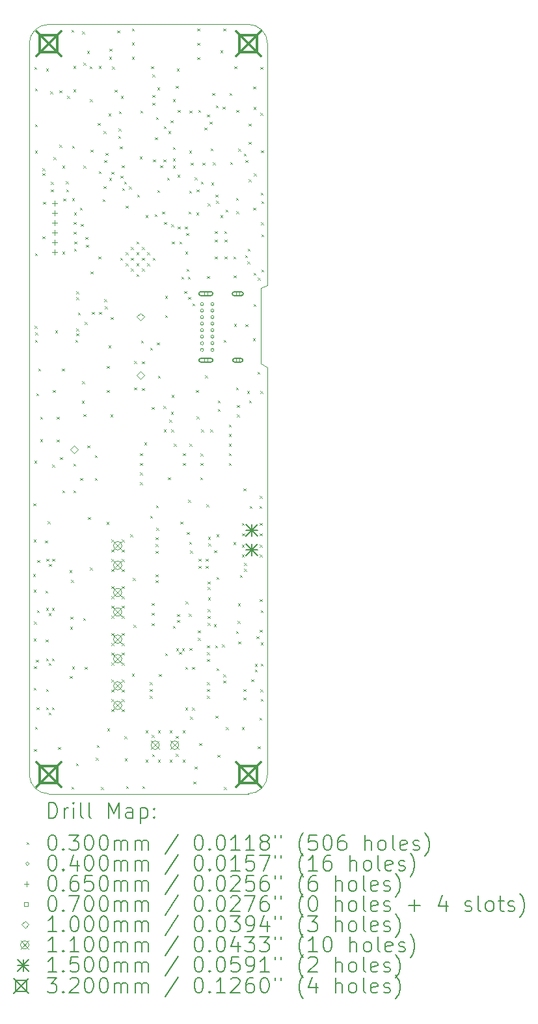
<source format=gbr>
%FSLAX45Y45*%
G04 Gerber Fmt 4.5, Leading zero omitted, Abs format (unit mm)*
G04 Created by KiCad (PCBNEW (6.0.1)) date 2022-09-22 22:33:41*
%MOMM*%
%LPD*%
G01*
G04 APERTURE LIST*
%TA.AperFunction,Profile*%
%ADD10C,0.100000*%
%TD*%
%ADD11C,0.200000*%
%ADD12C,0.030000*%
%ADD13C,0.040000*%
%ADD14C,0.065000*%
%ADD15C,0.070000*%
%ADD16C,0.100000*%
%ADD17C,0.110000*%
%ADD18C,0.150000*%
%ADD19C,0.320000*%
G04 APERTURE END LIST*
D10*
X16960000Y-13210000D02*
X14360000Y-13210000D01*
X14110000Y-12960000D02*
X14110000Y-3460000D01*
X17210000Y-3460000D02*
G75*
G03*
X16960000Y-3210000I-250000J0D01*
G01*
X14360000Y-3210000D02*
G75*
G03*
X14110000Y-3460000I0J-250000D01*
G01*
X17210000Y-7670800D02*
X17210000Y-12960000D01*
X14110000Y-12960000D02*
G75*
G03*
X14360000Y-13210000I250000J0D01*
G01*
X17119600Y-6638290D02*
X17119600Y-7616190D01*
X17210000Y-6604000D02*
X17119600Y-6638290D01*
X16960000Y-13210000D02*
G75*
G03*
X17210000Y-12960000I0J250000D01*
G01*
X17119600Y-7616190D02*
X17210000Y-7670800D01*
X17210000Y-3460000D02*
X17210000Y-6604000D01*
X14360000Y-3210000D02*
X16960000Y-3210000D01*
D11*
D12*
X14158200Y-10353280D02*
X14188200Y-10383280D01*
X14188200Y-10353280D02*
X14158200Y-10383280D01*
X14163280Y-9433800D02*
X14193280Y-9463800D01*
X14193280Y-9433800D02*
X14163280Y-9463800D01*
X14165820Y-9903700D02*
X14195820Y-9933700D01*
X14195820Y-9903700D02*
X14165820Y-9933700D01*
X14165820Y-10556480D02*
X14195820Y-10586480D01*
X14195820Y-10556480D02*
X14165820Y-10586480D01*
X14165820Y-11191480D02*
X14195820Y-11221480D01*
X14195820Y-11191480D02*
X14165820Y-11221480D01*
X14165820Y-11831560D02*
X14195820Y-11861560D01*
X14195820Y-11831560D02*
X14165820Y-11861560D01*
X14168360Y-10973040D02*
X14198360Y-11003040D01*
X14198360Y-10973040D02*
X14168360Y-11003040D01*
X14168360Y-11552160D02*
X14198360Y-11582160D01*
X14198360Y-11552160D02*
X14168360Y-11582160D01*
X14168360Y-12629120D02*
X14198360Y-12659120D01*
X14198360Y-12629120D02*
X14168360Y-12659120D01*
X14173440Y-3764520D02*
X14203440Y-3794520D01*
X14203440Y-3764520D02*
X14173440Y-3794520D01*
X14173440Y-8880080D02*
X14203440Y-8910080D01*
X14203440Y-8880080D02*
X14173440Y-8910080D01*
X14178520Y-7127480D02*
X14208520Y-7157480D01*
X14208520Y-7127480D02*
X14178520Y-7157480D01*
X14183600Y-4043920D02*
X14213600Y-4073920D01*
X14213600Y-4043920D02*
X14183600Y-4073920D01*
X14183600Y-4506200D02*
X14213600Y-4536200D01*
X14213600Y-4506200D02*
X14183600Y-4536200D01*
X14183600Y-4851640D02*
X14213600Y-4881640D01*
X14213600Y-4851640D02*
X14183600Y-4881640D01*
X14183600Y-6182600D02*
X14213600Y-6212600D01*
X14213600Y-6182600D02*
X14183600Y-6212600D01*
X14183600Y-7310360D02*
X14213600Y-7340360D01*
X14213600Y-7310360D02*
X14183600Y-7340360D01*
X14183600Y-12339560D02*
X14213600Y-12369560D01*
X14213600Y-12339560D02*
X14183600Y-12369560D01*
X14188680Y-7213840D02*
X14218680Y-7243840D01*
X14218680Y-7213840D02*
X14188680Y-7243840D01*
X14193760Y-11465800D02*
X14223760Y-11495800D01*
X14223760Y-11465800D02*
X14193760Y-11495800D01*
X14198840Y-8006320D02*
X14228840Y-8036320D01*
X14228840Y-8006320D02*
X14198840Y-8036320D01*
X14203920Y-12085560D02*
X14233920Y-12115560D01*
X14233920Y-12085560D02*
X14203920Y-12115560D01*
X14209000Y-10825720D02*
X14239000Y-10855720D01*
X14239000Y-10825720D02*
X14209000Y-10855720D01*
X14214080Y-10170400D02*
X14244080Y-10200400D01*
X14244080Y-10170400D02*
X14214080Y-10200400D01*
X14224240Y-7681200D02*
X14254240Y-7711200D01*
X14254240Y-7681200D02*
X14224240Y-7711200D01*
X14249640Y-8311120D02*
X14279640Y-8341120D01*
X14279640Y-8311120D02*
X14249640Y-8341120D01*
X14249640Y-8600680D02*
X14279640Y-8630680D01*
X14279640Y-8600680D02*
X14249640Y-8630680D01*
X14280120Y-5080240D02*
X14310120Y-5110240D01*
X14310120Y-5080240D02*
X14280120Y-5110240D01*
X14280120Y-5964160D02*
X14310120Y-5994160D01*
X14310120Y-5964160D02*
X14280120Y-5994160D01*
X14281370Y-5141200D02*
X14311370Y-5171200D01*
X14311370Y-5141200D02*
X14281370Y-5171200D01*
X14290280Y-5517120D02*
X14320280Y-5547120D01*
X14320280Y-5517120D02*
X14290280Y-5547120D01*
X14315680Y-9916400D02*
X14345680Y-9946400D01*
X14345680Y-9916400D02*
X14315680Y-9946400D01*
X14318220Y-10571720D02*
X14348220Y-10601720D01*
X14348220Y-10571720D02*
X14318220Y-10601720D01*
X14320760Y-11206720D02*
X14350760Y-11236720D01*
X14350760Y-11206720D02*
X14320760Y-11236720D01*
X14325840Y-3784840D02*
X14355840Y-3814840D01*
X14355840Y-3784840D02*
X14325840Y-3814840D01*
X14325840Y-10795240D02*
X14355840Y-10825240D01*
X14355840Y-10795240D02*
X14325840Y-10825240D01*
X14325840Y-11450560D02*
X14355840Y-11480560D01*
X14355840Y-11450560D02*
X14325840Y-11480560D01*
X14325840Y-11846800D02*
X14355840Y-11876800D01*
X14355840Y-11846800D02*
X14325840Y-11876800D01*
X14325840Y-12085560D02*
X14355840Y-12115560D01*
X14355840Y-12085560D02*
X14325840Y-12115560D01*
X14330920Y-10155160D02*
X14360920Y-10185160D01*
X14360920Y-10155160D02*
X14330920Y-10185160D01*
X14348700Y-9667480D02*
X14378700Y-9697480D01*
X14378700Y-9667480D02*
X14348700Y-9697480D01*
X14361400Y-10861280D02*
X14391400Y-10891280D01*
X14391400Y-10861280D02*
X14361400Y-10891280D01*
X14361400Y-11511520D02*
X14391400Y-11541520D01*
X14391400Y-11511520D02*
X14361400Y-11541520D01*
X14361400Y-12151600D02*
X14391400Y-12181600D01*
X14391400Y-12151600D02*
X14361400Y-12181600D01*
X14366480Y-10221200D02*
X14396480Y-10251200D01*
X14396480Y-10221200D02*
X14366480Y-10251200D01*
X14381720Y-4079480D02*
X14411720Y-4109480D01*
X14411720Y-4079480D02*
X14381720Y-4109480D01*
X14391880Y-5258040D02*
X14421880Y-5288040D01*
X14421880Y-5258040D02*
X14391880Y-5288040D01*
X14391880Y-5354560D02*
X14421880Y-5384560D01*
X14421880Y-5354560D02*
X14391880Y-5384560D01*
X14402040Y-10795240D02*
X14432040Y-10825240D01*
X14432040Y-10795240D02*
X14402040Y-10825240D01*
X14402040Y-11450560D02*
X14432040Y-11480560D01*
X14432040Y-11450560D02*
X14402040Y-11480560D01*
X14402040Y-12085560D02*
X14432040Y-12115560D01*
X14432040Y-12085560D02*
X14402040Y-12115560D01*
X14407120Y-8930880D02*
X14437120Y-8960880D01*
X14437120Y-8930880D02*
X14407120Y-8960880D01*
X14407120Y-10155160D02*
X14437120Y-10185160D01*
X14437120Y-10155160D02*
X14407120Y-10185160D01*
X14417280Y-7960600D02*
X14447280Y-7990600D01*
X14447280Y-7960600D02*
X14417280Y-7990600D01*
X14424000Y-4935000D02*
X14454000Y-4965000D01*
X14454000Y-4935000D02*
X14424000Y-4965000D01*
X14444000Y-7188000D02*
X14474000Y-7218000D01*
X14474000Y-7188000D02*
X14444000Y-7218000D01*
X14468080Y-8311120D02*
X14498080Y-8341120D01*
X14498080Y-8311120D02*
X14468080Y-8341120D01*
X14468080Y-8605760D02*
X14498080Y-8635760D01*
X14498080Y-8605760D02*
X14468080Y-8635760D01*
X14483320Y-12603720D02*
X14513320Y-12633720D01*
X14513320Y-12603720D02*
X14483320Y-12633720D01*
X14498560Y-4069320D02*
X14528560Y-4099320D01*
X14528560Y-4069320D02*
X14498560Y-4099320D01*
X14498560Y-4775440D02*
X14528560Y-4805440D01*
X14528560Y-4775440D02*
X14498560Y-4805440D01*
X14508720Y-8834360D02*
X14538720Y-8864360D01*
X14538720Y-8834360D02*
X14508720Y-8864360D01*
X14534120Y-7681200D02*
X14564120Y-7711200D01*
X14564120Y-7681200D02*
X14534120Y-7711200D01*
X14539200Y-5044680D02*
X14569200Y-5074680D01*
X14569200Y-5044680D02*
X14539200Y-5074680D01*
X14539200Y-6162280D02*
X14569200Y-6192280D01*
X14569200Y-6162280D02*
X14539200Y-6192280D01*
X14539200Y-9266160D02*
X14569200Y-9296160D01*
X14569200Y-9266160D02*
X14539200Y-9296160D01*
X14549360Y-5471400D02*
X14579360Y-5501400D01*
X14579360Y-5471400D02*
X14549360Y-5501400D01*
X14584920Y-5247880D02*
X14614920Y-5277880D01*
X14614920Y-5247880D02*
X14584920Y-5277880D01*
X14590000Y-5354560D02*
X14620000Y-5384560D01*
X14620000Y-5354560D02*
X14590000Y-5384560D01*
X14600160Y-4140440D02*
X14630160Y-4170440D01*
X14630160Y-4140440D02*
X14600160Y-4170440D01*
X14630640Y-10302480D02*
X14660640Y-10332480D01*
X14660640Y-10302480D02*
X14630640Y-10332480D01*
X14635720Y-11679160D02*
X14665720Y-11709160D01*
X14665720Y-11679160D02*
X14635720Y-11709160D01*
X14640800Y-11039080D02*
X14670800Y-11069080D01*
X14670800Y-11039080D02*
X14640800Y-11069080D01*
X14645880Y-10907000D02*
X14675880Y-10937000D01*
X14675880Y-10907000D02*
X14645880Y-10937000D01*
X14654935Y-10429892D02*
X14684935Y-10459892D01*
X14684935Y-10429892D02*
X14654935Y-10459892D01*
X14656040Y-3281920D02*
X14686040Y-3311920D01*
X14686040Y-3281920D02*
X14656040Y-3311920D01*
X14656040Y-13116800D02*
X14686040Y-13146800D01*
X14686040Y-13116800D02*
X14656040Y-13146800D01*
X14666200Y-4785600D02*
X14696200Y-4815600D01*
X14696200Y-4785600D02*
X14666200Y-4815600D01*
X14666200Y-11557240D02*
X14696200Y-11587240D01*
X14696200Y-11557240D02*
X14666200Y-11587240D01*
X14667000Y-5471000D02*
X14697000Y-5501000D01*
X14697000Y-5471000D02*
X14667000Y-5501000D01*
X14681440Y-3749280D02*
X14711440Y-3779280D01*
X14711440Y-3749280D02*
X14681440Y-3779280D01*
X14681440Y-4054080D02*
X14711440Y-4084080D01*
X14711440Y-4054080D02*
X14681440Y-4084080D01*
X14681440Y-8920720D02*
X14711440Y-8950720D01*
X14711440Y-8920720D02*
X14681440Y-8950720D01*
X14681440Y-9266160D02*
X14711440Y-9296160D01*
X14711440Y-9266160D02*
X14681440Y-9296160D01*
X14686520Y-5776200D02*
X14716520Y-5806200D01*
X14716520Y-5776200D02*
X14686520Y-5806200D01*
X14686520Y-5903200D02*
X14716520Y-5933200D01*
X14716520Y-5903200D02*
X14686520Y-5933200D01*
X14691600Y-5654280D02*
X14721600Y-5684280D01*
X14721600Y-5654280D02*
X14691600Y-5684280D01*
X14691600Y-6126720D02*
X14721600Y-6156720D01*
X14721600Y-6126720D02*
X14691600Y-6156720D01*
X14696680Y-6030200D02*
X14726680Y-6060200D01*
X14726680Y-6030200D02*
X14696680Y-6060200D01*
X14706840Y-7310360D02*
X14736840Y-7340360D01*
X14736840Y-7310360D02*
X14706840Y-7340360D01*
X14717000Y-12812000D02*
X14747000Y-12842000D01*
X14747000Y-12812000D02*
X14717000Y-12842000D01*
X14722080Y-6680440D02*
X14752080Y-6710440D01*
X14752080Y-6680440D02*
X14722080Y-6710440D01*
X14722080Y-6756640D02*
X14752080Y-6786640D01*
X14752080Y-6756640D02*
X14722080Y-6786640D01*
X14722401Y-7226847D02*
X14752401Y-7256847D01*
X14752401Y-7226847D02*
X14722401Y-7256847D01*
X14723000Y-7164000D02*
X14753000Y-7194000D01*
X14753000Y-7164000D02*
X14723000Y-7194000D01*
X14742400Y-6954760D02*
X14772400Y-6984760D01*
X14772400Y-6954760D02*
X14742400Y-6984760D01*
X14767800Y-5593320D02*
X14797800Y-5623320D01*
X14797800Y-5593320D02*
X14767800Y-5623320D01*
X14772880Y-9103600D02*
X14802880Y-9133600D01*
X14802880Y-9103600D02*
X14772880Y-9133600D01*
X14777960Y-5801600D02*
X14807960Y-5831600D01*
X14807960Y-5801600D02*
X14777960Y-5831600D01*
X14793200Y-8102840D02*
X14823200Y-8132840D01*
X14823200Y-8102840D02*
X14793200Y-8132840D01*
X14798280Y-3302240D02*
X14828280Y-3332240D01*
X14828280Y-3302240D02*
X14798280Y-3332240D01*
X14798280Y-7848840D02*
X14828280Y-7878840D01*
X14828280Y-7848840D02*
X14798280Y-7878840D01*
X14808440Y-10927320D02*
X14838440Y-10957320D01*
X14838440Y-10927320D02*
X14808440Y-10957320D01*
X14812510Y-3708640D02*
X14842510Y-3738640D01*
X14842510Y-3708640D02*
X14812510Y-3738640D01*
X14813520Y-8275560D02*
X14843520Y-8305560D01*
X14843520Y-8275560D02*
X14813520Y-8305560D01*
X14816000Y-5047000D02*
X14846000Y-5077000D01*
X14846000Y-5047000D02*
X14816000Y-5077000D01*
X14828760Y-7076680D02*
X14858760Y-7106680D01*
X14858760Y-7076680D02*
X14828760Y-7106680D01*
X14828760Y-11562320D02*
X14858760Y-11592320D01*
X14858760Y-11562320D02*
X14828760Y-11592320D01*
X14838920Y-5974320D02*
X14868920Y-6004320D01*
X14868920Y-5974320D02*
X14838920Y-6004320D01*
X14849383Y-6073198D02*
X14879383Y-6103198D01*
X14879383Y-6073198D02*
X14849383Y-6103198D01*
X14859240Y-3556240D02*
X14889240Y-3586240D01*
X14889240Y-3556240D02*
X14859240Y-3586240D01*
X14864320Y-8681960D02*
X14894320Y-8711960D01*
X14894320Y-8681960D02*
X14864320Y-8711960D01*
X14874480Y-9611600D02*
X14904480Y-9641600D01*
X14904480Y-9611600D02*
X14874480Y-9641600D01*
X14894800Y-3754360D02*
X14924800Y-3784360D01*
X14924800Y-3754360D02*
X14894800Y-3784360D01*
X14897654Y-10268136D02*
X14927654Y-10298136D01*
X14927654Y-10268136D02*
X14897654Y-10298136D01*
X14899880Y-4181080D02*
X14929880Y-4211080D01*
X14929880Y-4181080D02*
X14899880Y-4211080D01*
X14904960Y-6421360D02*
X14934960Y-6451360D01*
X14934960Y-6421360D02*
X14904960Y-6451360D01*
X14908000Y-4838000D02*
X14938000Y-4868000D01*
X14938000Y-4838000D02*
X14908000Y-4868000D01*
X14921938Y-6944600D02*
X14951938Y-6974600D01*
X14951938Y-6944600D02*
X14921938Y-6974600D01*
X14960840Y-8808960D02*
X14990840Y-8838960D01*
X14990840Y-8808960D02*
X14960840Y-8838960D01*
X14960840Y-9103600D02*
X14990840Y-9133600D01*
X14990840Y-9103600D02*
X14960840Y-9133600D01*
X14976080Y-12740880D02*
X15006080Y-12770880D01*
X15006080Y-12740880D02*
X14976080Y-12770880D01*
X14989400Y-12576800D02*
X15019400Y-12606800D01*
X15019400Y-12576800D02*
X14989400Y-12606800D01*
X14998000Y-4490000D02*
X15028000Y-4520000D01*
X15028000Y-4490000D02*
X14998000Y-4520000D01*
X15006560Y-6228320D02*
X15036560Y-6258320D01*
X15036560Y-6228320D02*
X15006560Y-6258320D01*
X15011640Y-3749280D02*
X15041640Y-3779280D01*
X15041640Y-3749280D02*
X15011640Y-3779280D01*
X15012000Y-5118000D02*
X15042000Y-5148000D01*
X15042000Y-5118000D02*
X15012000Y-5148000D01*
X15016720Y-6944600D02*
X15046720Y-6974600D01*
X15046720Y-6944600D02*
X15016720Y-6974600D01*
X15042120Y-13121880D02*
X15072120Y-13151880D01*
X15072120Y-13121880D02*
X15042120Y-13151880D01*
X15062440Y-5481560D02*
X15092440Y-5511560D01*
X15092440Y-5481560D02*
X15062440Y-5511560D01*
X15074434Y-5312880D02*
X15104434Y-5342880D01*
X15104434Y-5312880D02*
X15074434Y-5342880D01*
X15077680Y-4597640D02*
X15107680Y-4627640D01*
X15107680Y-4597640D02*
X15077680Y-4627640D01*
X15082760Y-4973560D02*
X15112760Y-5003560D01*
X15112760Y-4973560D02*
X15082760Y-5003560D01*
X15082760Y-6782040D02*
X15112760Y-6812040D01*
X15112760Y-6782040D02*
X15082760Y-6812040D01*
X15092590Y-6873480D02*
X15122590Y-6903480D01*
X15122590Y-6873480D02*
X15092590Y-6903480D01*
X15103080Y-4882120D02*
X15133080Y-4912120D01*
X15133080Y-4882120D02*
X15103080Y-4912120D01*
X15113240Y-9677640D02*
X15143240Y-9707640D01*
X15143240Y-9677640D02*
X15113240Y-9707640D01*
X15118320Y-7650720D02*
X15148320Y-7680720D01*
X15148320Y-7650720D02*
X15118320Y-7680720D01*
X15118320Y-7960600D02*
X15148320Y-7990600D01*
X15148320Y-7960600D02*
X15118320Y-7990600D01*
X15123400Y-12359880D02*
X15153400Y-12389880D01*
X15153400Y-12359880D02*
X15123400Y-12389880D01*
X15138640Y-4369040D02*
X15168640Y-4399040D01*
X15168640Y-4369040D02*
X15138640Y-4399040D01*
X15138640Y-7381480D02*
X15168640Y-7411480D01*
X15168640Y-7381480D02*
X15138640Y-7411480D01*
X15148800Y-3632440D02*
X15178800Y-3662440D01*
X15178800Y-3632440D02*
X15148800Y-3662440D01*
X15148800Y-5207240D02*
X15178800Y-5237240D01*
X15178800Y-5207240D02*
X15148800Y-5237240D01*
X15153880Y-3525760D02*
X15183880Y-3555760D01*
X15183880Y-3525760D02*
X15153880Y-3555760D01*
X15164040Y-8280640D02*
X15194040Y-8310640D01*
X15194040Y-8280640D02*
X15164040Y-8310640D01*
X15169120Y-7015720D02*
X15199120Y-7045720D01*
X15199120Y-7015720D02*
X15169120Y-7045720D01*
X15179280Y-5125960D02*
X15209280Y-5155960D01*
X15209280Y-5125960D02*
X15179280Y-5155960D01*
X15179280Y-9906240D02*
X15209280Y-9936240D01*
X15209280Y-9906240D02*
X15179280Y-9936240D01*
X15179280Y-10038320D02*
X15209280Y-10068320D01*
X15209280Y-10038320D02*
X15179280Y-10068320D01*
X15179280Y-10160240D02*
X15209280Y-10190240D01*
X15209280Y-10160240D02*
X15179280Y-10190240D01*
X15179280Y-10292320D02*
X15209280Y-10322320D01*
X15209280Y-10292320D02*
X15179280Y-10322320D01*
X15179280Y-10510760D02*
X15209280Y-10540760D01*
X15209280Y-10510760D02*
X15179280Y-10540760D01*
X15179280Y-10642840D02*
X15209280Y-10672840D01*
X15209280Y-10642840D02*
X15179280Y-10672840D01*
X15179280Y-10764760D02*
X15209280Y-10794760D01*
X15209280Y-10764760D02*
X15179280Y-10794760D01*
X15179280Y-10896840D02*
X15209280Y-10926840D01*
X15209280Y-10896840D02*
X15179280Y-10926840D01*
X15179280Y-11120360D02*
X15209280Y-11150360D01*
X15209280Y-11120360D02*
X15179280Y-11150360D01*
X15179280Y-11252440D02*
X15209280Y-11282440D01*
X15209280Y-11252440D02*
X15179280Y-11282440D01*
X15179280Y-11374360D02*
X15209280Y-11404360D01*
X15209280Y-11374360D02*
X15179280Y-11404360D01*
X15179280Y-11506440D02*
X15209280Y-11536440D01*
X15209280Y-11506440D02*
X15179280Y-11536440D01*
X15179280Y-11724880D02*
X15209280Y-11754880D01*
X15209280Y-11724880D02*
X15179280Y-11754880D01*
X15179280Y-11856960D02*
X15209280Y-11886960D01*
X15209280Y-11856960D02*
X15179280Y-11886960D01*
X15179280Y-11978880D02*
X15209280Y-12008880D01*
X15209280Y-11978880D02*
X15179280Y-12008880D01*
X15179280Y-12110960D02*
X15209280Y-12140960D01*
X15209280Y-12110960D02*
X15179280Y-12140960D01*
X15184360Y-3759440D02*
X15214360Y-3789440D01*
X15214360Y-3759440D02*
X15184360Y-3789440D01*
X15219920Y-4059160D02*
X15249920Y-4089160D01*
X15249920Y-4059160D02*
X15219920Y-4089160D01*
X15255480Y-3287000D02*
X15285480Y-3317000D01*
X15285480Y-3287000D02*
X15255480Y-3317000D01*
X15265640Y-4658600D02*
X15295640Y-4688600D01*
X15295640Y-4658600D02*
X15265640Y-4688600D01*
X15270720Y-4562080D02*
X15300720Y-4592080D01*
X15300720Y-4562080D02*
X15270720Y-4592080D01*
X15275800Y-4338560D02*
X15305800Y-4368560D01*
X15305800Y-4338560D02*
X15275800Y-4368560D01*
X15285960Y-4795760D02*
X15315960Y-4825760D01*
X15315960Y-4795760D02*
X15285960Y-4825760D01*
X15292268Y-6243151D02*
X15322268Y-6273151D01*
X15322268Y-6243151D02*
X15292268Y-6273151D01*
X15296120Y-5176760D02*
X15326120Y-5206760D01*
X15326120Y-5176760D02*
X15296120Y-5206760D01*
X15301200Y-4140440D02*
X15331200Y-4170440D01*
X15331200Y-4140440D02*
X15301200Y-4170440D01*
X15311360Y-5043110D02*
X15341360Y-5073110D01*
X15341360Y-5043110D02*
X15311360Y-5073110D01*
X15311360Y-9906240D02*
X15341360Y-9936240D01*
X15341360Y-9906240D02*
X15311360Y-9936240D01*
X15311360Y-10038320D02*
X15341360Y-10068320D01*
X15341360Y-10038320D02*
X15311360Y-10068320D01*
X15311360Y-10160240D02*
X15341360Y-10190240D01*
X15341360Y-10160240D02*
X15311360Y-10190240D01*
X15311360Y-10292320D02*
X15341360Y-10322320D01*
X15341360Y-10292320D02*
X15311360Y-10322320D01*
X15311360Y-10510760D02*
X15341360Y-10540760D01*
X15341360Y-10510760D02*
X15311360Y-10540760D01*
X15311360Y-10642840D02*
X15341360Y-10672840D01*
X15341360Y-10642840D02*
X15311360Y-10672840D01*
X15311360Y-10764760D02*
X15341360Y-10794760D01*
X15341360Y-10764760D02*
X15311360Y-10794760D01*
X15311360Y-10896840D02*
X15341360Y-10926840D01*
X15341360Y-10896840D02*
X15311360Y-10926840D01*
X15311360Y-11120360D02*
X15341360Y-11150360D01*
X15341360Y-11120360D02*
X15311360Y-11150360D01*
X15311360Y-11252440D02*
X15341360Y-11282440D01*
X15341360Y-11252440D02*
X15311360Y-11282440D01*
X15311360Y-11374360D02*
X15341360Y-11404360D01*
X15341360Y-11374360D02*
X15311360Y-11404360D01*
X15311360Y-11506440D02*
X15341360Y-11536440D01*
X15341360Y-11506440D02*
X15311360Y-11536440D01*
X15311360Y-11724880D02*
X15341360Y-11754880D01*
X15341360Y-11724880D02*
X15311360Y-11754880D01*
X15311360Y-11856960D02*
X15341360Y-11886960D01*
X15341360Y-11856960D02*
X15311360Y-11886960D01*
X15311360Y-11978880D02*
X15341360Y-12008880D01*
X15341360Y-11978880D02*
X15311360Y-12008880D01*
X15311360Y-12110960D02*
X15341360Y-12140960D01*
X15341360Y-12110960D02*
X15311360Y-12140960D01*
X15316440Y-5339320D02*
X15346440Y-5369320D01*
X15346440Y-5339320D02*
X15316440Y-5369320D01*
X15341840Y-5252960D02*
X15371840Y-5282960D01*
X15371840Y-5252960D02*
X15341840Y-5282960D01*
X15346920Y-12461480D02*
X15376920Y-12491480D01*
X15376920Y-12461480D02*
X15346920Y-12491480D01*
X15352000Y-12751040D02*
X15382000Y-12781040D01*
X15382000Y-12751040D02*
X15352000Y-12781040D01*
X15362979Y-6172440D02*
X15392979Y-6202440D01*
X15392979Y-6172440D02*
X15362979Y-6202440D01*
X15362979Y-6313861D02*
X15392979Y-6343861D01*
X15392979Y-6313861D02*
X15362979Y-6343861D01*
X15363730Y-5567920D02*
X15393730Y-5597920D01*
X15393730Y-5567920D02*
X15363730Y-5597920D01*
X15367240Y-13111720D02*
X15397240Y-13141720D01*
X15397240Y-13111720D02*
X15367240Y-13141720D01*
X15404556Y-5317246D02*
X15434556Y-5347246D01*
X15434556Y-5317246D02*
X15404556Y-5347246D01*
X15423000Y-9839000D02*
X15453000Y-9869000D01*
X15453000Y-9839000D02*
X15423000Y-9869000D01*
X15433689Y-6101729D02*
X15463689Y-6131729D01*
X15463689Y-6101729D02*
X15433689Y-6131729D01*
X15433689Y-6243151D02*
X15463689Y-6273151D01*
X15463689Y-6243151D02*
X15433689Y-6273151D01*
X15433689Y-6384572D02*
X15463689Y-6414572D01*
X15463689Y-6384572D02*
X15433689Y-6414572D01*
X15443440Y-3261600D02*
X15473440Y-3291600D01*
X15473440Y-3261600D02*
X15443440Y-3291600D01*
X15443440Y-3447020D02*
X15473440Y-3477020D01*
X15473440Y-3447020D02*
X15443440Y-3477020D01*
X15443440Y-3632440D02*
X15473440Y-3662440D01*
X15473440Y-3632440D02*
X15443440Y-3662440D01*
X15443440Y-11648680D02*
X15473440Y-11678680D01*
X15473440Y-11648680D02*
X15443440Y-11678680D01*
X15458000Y-10407000D02*
X15488000Y-10437000D01*
X15488000Y-10407000D02*
X15458000Y-10437000D01*
X15464000Y-11015000D02*
X15494000Y-11045000D01*
X15494000Y-11015000D02*
X15464000Y-11045000D01*
X15475000Y-7928000D02*
X15505000Y-7958000D01*
X15505000Y-7928000D02*
X15475000Y-7958000D01*
X15476000Y-7587000D02*
X15506000Y-7617000D01*
X15506000Y-7587000D02*
X15476000Y-7617000D01*
X15504400Y-6031019D02*
X15534400Y-6061019D01*
X15534400Y-6031019D02*
X15504400Y-6061019D01*
X15504400Y-6172440D02*
X15534400Y-6202440D01*
X15534400Y-6172440D02*
X15504400Y-6202440D01*
X15504400Y-6313861D02*
X15534400Y-6343861D01*
X15534400Y-6313861D02*
X15504400Y-6343861D01*
X15504400Y-6455283D02*
X15534400Y-6485283D01*
X15534400Y-6455283D02*
X15504400Y-6485283D01*
X15512990Y-5420600D02*
X15542990Y-5450600D01*
X15542990Y-5420600D02*
X15512990Y-5450600D01*
X15545040Y-4927840D02*
X15575040Y-4957840D01*
X15575040Y-4927840D02*
X15545040Y-4957840D01*
X15550700Y-8785100D02*
X15580700Y-8815100D01*
X15580700Y-8785100D02*
X15550700Y-8815100D01*
X15550700Y-8910100D02*
X15580700Y-8940100D01*
X15580700Y-8910100D02*
X15550700Y-8940100D01*
X15550700Y-9035100D02*
X15580700Y-9065100D01*
X15580700Y-9035100D02*
X15550700Y-9065100D01*
X15550700Y-9160100D02*
X15580700Y-9190100D01*
X15580700Y-9160100D02*
X15550700Y-9190100D01*
X15555200Y-4328400D02*
X15585200Y-4358400D01*
X15585200Y-4328400D02*
X15555200Y-4358400D01*
X15562000Y-7320520D02*
X15592000Y-7350520D01*
X15592000Y-7320520D02*
X15562000Y-7350520D01*
X15575111Y-6101729D02*
X15605111Y-6131729D01*
X15605111Y-6101729D02*
X15575111Y-6131729D01*
X15575111Y-6243151D02*
X15605111Y-6273151D01*
X15605111Y-6243151D02*
X15575111Y-6273151D01*
X15575111Y-6384572D02*
X15605111Y-6414572D01*
X15605111Y-6384572D02*
X15575111Y-6414572D01*
X15575520Y-7935200D02*
X15605520Y-7965200D01*
X15605520Y-7935200D02*
X15575520Y-7965200D01*
X15577000Y-7589760D02*
X15607000Y-7619760D01*
X15607000Y-7589760D02*
X15577000Y-7619760D01*
X15580600Y-13111720D02*
X15610600Y-13141720D01*
X15610600Y-13111720D02*
X15580600Y-13141720D01*
X15604000Y-8643000D02*
X15634000Y-8673000D01*
X15634000Y-8643000D02*
X15604000Y-8673000D01*
X15621240Y-12385280D02*
X15651240Y-12415280D01*
X15651240Y-12385280D02*
X15621240Y-12415280D01*
X15621240Y-12766280D02*
X15651240Y-12796280D01*
X15651240Y-12766280D02*
X15621240Y-12796280D01*
X15622810Y-5689840D02*
X15652810Y-5719840D01*
X15652810Y-5689840D02*
X15622810Y-5719840D01*
X15645821Y-6172440D02*
X15675821Y-6202440D01*
X15675821Y-6172440D02*
X15645821Y-6202440D01*
X15645821Y-6313861D02*
X15675821Y-6343861D01*
X15675821Y-6313861D02*
X15645821Y-6343861D01*
X15679660Y-11757900D02*
X15709660Y-11787900D01*
X15709660Y-11757900D02*
X15679660Y-11787900D01*
X15679660Y-11846800D02*
X15709660Y-11876800D01*
X15709660Y-11846800D02*
X15679660Y-11876800D01*
X15679660Y-11935700D02*
X15709660Y-11965700D01*
X15709660Y-11935700D02*
X15679660Y-11965700D01*
X15682200Y-7411960D02*
X15712200Y-7441960D01*
X15712200Y-7411960D02*
X15682200Y-7441960D01*
X15682200Y-9596360D02*
X15712200Y-9626360D01*
X15712200Y-9596360D02*
X15682200Y-9626360D01*
X15692360Y-3754360D02*
X15722360Y-3784360D01*
X15722360Y-3754360D02*
X15692360Y-3784360D01*
X15702520Y-8184120D02*
X15732520Y-8214120D01*
X15732520Y-8184120D02*
X15702520Y-8214120D01*
X15702520Y-12446240D02*
X15732520Y-12476240D01*
X15732520Y-12446240D02*
X15702520Y-12476240D01*
X15704000Y-10731000D02*
X15734000Y-10761000D01*
X15734000Y-10731000D02*
X15704000Y-10761000D01*
X15704000Y-10993000D02*
X15734000Y-11023000D01*
X15734000Y-10993000D02*
X15704000Y-11023000D01*
X15705000Y-10858000D02*
X15735000Y-10888000D01*
X15735000Y-10858000D02*
X15705000Y-10888000D01*
X15707600Y-12695160D02*
X15737600Y-12725160D01*
X15737600Y-12695160D02*
X15707600Y-12725160D01*
X15712680Y-3861040D02*
X15742680Y-3891040D01*
X15742680Y-3861040D02*
X15712680Y-3891040D01*
X15712680Y-4127740D02*
X15742680Y-4157740D01*
X15742680Y-4127740D02*
X15712680Y-4157740D01*
X15712680Y-4226800D02*
X15742680Y-4256800D01*
X15742680Y-4226800D02*
X15712680Y-4256800D01*
X15716532Y-6243151D02*
X15746532Y-6273151D01*
X15746532Y-6243151D02*
X15716532Y-6273151D01*
X15720317Y-4965957D02*
X15750317Y-4995957D01*
X15750317Y-4965957D02*
X15720317Y-4995957D01*
X15739872Y-5675118D02*
X15769872Y-5705118D01*
X15769872Y-5675118D02*
X15739872Y-5705118D01*
X15743160Y-4678920D02*
X15773160Y-4708920D01*
X15773160Y-4678920D02*
X15743160Y-4708920D01*
X15753320Y-10358360D02*
X15783320Y-10388360D01*
X15783320Y-10358360D02*
X15753320Y-10388360D01*
X15753320Y-10434560D02*
X15783320Y-10464560D01*
X15783320Y-10434560D02*
X15753320Y-10464560D01*
X15755000Y-9875100D02*
X15785000Y-9905100D01*
X15785000Y-9875100D02*
X15755000Y-9905100D01*
X15755000Y-9964000D02*
X15785000Y-9994000D01*
X15785000Y-9964000D02*
X15755000Y-9994000D01*
X15755000Y-10052900D02*
X15785000Y-10082900D01*
X15785000Y-10052900D02*
X15755000Y-10082900D01*
X15758400Y-4414760D02*
X15788400Y-4444760D01*
X15788400Y-4414760D02*
X15758400Y-4444760D01*
X15758400Y-9459200D02*
X15788400Y-9489200D01*
X15788400Y-9459200D02*
X15758400Y-9489200D01*
X15763480Y-9753840D02*
X15793480Y-9783840D01*
X15793480Y-9753840D02*
X15763480Y-9783840D01*
X15768560Y-7345920D02*
X15798560Y-7375920D01*
X15798560Y-7345920D02*
X15768560Y-7375920D01*
X15773640Y-4028680D02*
X15803640Y-4058680D01*
X15803640Y-4028680D02*
X15773640Y-4058680D01*
X15773640Y-5364720D02*
X15803640Y-5394720D01*
X15803640Y-5364720D02*
X15773640Y-5394720D01*
X15783800Y-12385280D02*
X15813800Y-12415280D01*
X15813800Y-12385280D02*
X15783800Y-12415280D01*
X15783800Y-12766280D02*
X15813800Y-12796280D01*
X15813800Y-12766280D02*
X15783800Y-12796280D01*
X15785000Y-7775000D02*
X15815000Y-7805000D01*
X15815000Y-7775000D02*
X15785000Y-7805000D01*
X15796000Y-11655000D02*
X15826000Y-11685000D01*
X15826000Y-11655000D02*
X15796000Y-11685000D01*
X15814280Y-5039600D02*
X15844280Y-5069600D01*
X15844280Y-5039600D02*
X15814280Y-5069600D01*
X15840331Y-5644136D02*
X15870331Y-5674136D01*
X15870331Y-5644136D02*
X15840331Y-5674136D01*
X15854920Y-4963400D02*
X15884920Y-4993400D01*
X15884920Y-4963400D02*
X15854920Y-4993400D01*
X15854920Y-8168880D02*
X15884920Y-8198880D01*
X15884920Y-8168880D02*
X15854920Y-8198880D01*
X15860000Y-4533170D02*
X15890000Y-4563170D01*
X15890000Y-4533170D02*
X15860000Y-4563170D01*
X15860000Y-8473680D02*
X15890000Y-8503680D01*
X15890000Y-8473680D02*
X15860000Y-8503680D01*
X15865080Y-5779710D02*
X15895080Y-5809710D01*
X15895080Y-5779710D02*
X15865080Y-5809710D01*
X15875240Y-6990320D02*
X15905240Y-7020320D01*
X15905240Y-6990320D02*
X15875240Y-7020320D01*
X15877000Y-11381000D02*
X15907000Y-11411000D01*
X15907000Y-11381000D02*
X15877000Y-11411000D01*
X15878034Y-6738193D02*
X15908034Y-6768193D01*
X15908034Y-6738193D02*
X15878034Y-6768193D01*
X15900640Y-5202160D02*
X15930640Y-5232160D01*
X15930640Y-5202160D02*
X15900640Y-5232160D01*
X15915880Y-9098520D02*
X15945880Y-9128520D01*
X15945880Y-9098520D02*
X15915880Y-9128520D01*
X15918271Y-4594985D02*
X15948271Y-4624985D01*
X15948271Y-4594985D02*
X15918271Y-4624985D01*
X15931120Y-8346680D02*
X15961120Y-8376680D01*
X15961120Y-8346680D02*
X15931120Y-8376680D01*
X15936200Y-12385280D02*
X15966200Y-12415280D01*
X15966200Y-12385280D02*
X15936200Y-12415280D01*
X15936200Y-12766280D02*
X15966200Y-12796280D01*
X15966200Y-12766280D02*
X15936200Y-12796280D01*
X15946360Y-4455400D02*
X15976360Y-4485400D01*
X15976360Y-4455400D02*
X15946360Y-4485400D01*
X15951440Y-8245080D02*
X15981440Y-8275080D01*
X15981440Y-8245080D02*
X15951440Y-8275080D01*
X15954630Y-5809799D02*
X15984630Y-5839799D01*
X15984630Y-5809799D02*
X15954630Y-5839799D01*
X15956520Y-8473680D02*
X15986520Y-8503680D01*
X15986520Y-8473680D02*
X15956520Y-8503680D01*
X15961600Y-8026640D02*
X15991600Y-8056640D01*
X15991600Y-8026640D02*
X15961600Y-8056640D01*
X15966680Y-6030200D02*
X15996680Y-6060200D01*
X15996680Y-6030200D02*
X15966680Y-6060200D01*
X15976840Y-4181080D02*
X16006840Y-4211080D01*
X16006840Y-4181080D02*
X15976840Y-4211080D01*
X15976840Y-4805920D02*
X16006840Y-4835920D01*
X16006840Y-4805920D02*
X15976840Y-4835920D01*
X15976840Y-4953240D02*
X16006840Y-4983240D01*
X16006840Y-4953240D02*
X15976840Y-4983240D01*
X15976840Y-5044680D02*
X16006840Y-5074680D01*
X16006840Y-5044680D02*
X15976840Y-5074680D01*
X15976840Y-11026380D02*
X16006840Y-11056380D01*
X16006840Y-11026380D02*
X15976840Y-11056380D01*
X15990000Y-8660000D02*
X16020000Y-8690000D01*
X16020000Y-8660000D02*
X15990000Y-8690000D01*
X16017480Y-4008360D02*
X16047480Y-4038360D01*
X16047480Y-4008360D02*
X16017480Y-4038360D01*
X16017480Y-12456400D02*
X16047480Y-12486400D01*
X16047480Y-12456400D02*
X16017480Y-12486400D01*
X16017480Y-12690080D02*
X16047480Y-12720080D01*
X16047480Y-12690080D02*
X16017480Y-12720080D01*
X16020020Y-11318480D02*
X16050020Y-11348480D01*
X16050020Y-11318480D02*
X16020020Y-11348480D01*
X16027640Y-3784840D02*
X16057640Y-3814840D01*
X16057640Y-3784840D02*
X16027640Y-3814840D01*
X16032720Y-10876510D02*
X16062720Y-10906510D01*
X16062720Y-10876510D02*
X16032720Y-10906510D01*
X16032720Y-10952720D02*
X16062720Y-10982720D01*
X16062720Y-10952720D02*
X16032720Y-10982720D01*
X16037800Y-5162930D02*
X16067800Y-5192930D01*
X16067800Y-5162930D02*
X16037800Y-5192930D01*
X16040000Y-5839000D02*
X16070000Y-5869000D01*
X16070000Y-5839000D02*
X16040000Y-5869000D01*
X16040357Y-4320797D02*
X16070357Y-4350797D01*
X16070357Y-4320797D02*
X16040357Y-4350797D01*
X16060660Y-11367455D02*
X16090660Y-11397455D01*
X16090660Y-11367455D02*
X16060660Y-11397455D01*
X16063200Y-6032139D02*
X16093200Y-6062139D01*
X16093200Y-6032139D02*
X16063200Y-6062139D01*
X16073360Y-9672560D02*
X16103360Y-9702560D01*
X16103360Y-9672560D02*
X16073360Y-9702560D01*
X16088600Y-6490910D02*
X16118600Y-6520910D01*
X16118600Y-6490910D02*
X16088600Y-6520910D01*
X16096220Y-11318480D02*
X16126220Y-11348480D01*
X16126220Y-11318480D02*
X16096220Y-11348480D01*
X16103840Y-12385280D02*
X16133840Y-12415280D01*
X16133840Y-12385280D02*
X16103840Y-12415280D01*
X16103840Y-12766280D02*
X16133840Y-12796280D01*
X16133840Y-12766280D02*
X16103840Y-12796280D01*
X16109500Y-8785100D02*
X16139500Y-8815100D01*
X16139500Y-8785100D02*
X16109500Y-8815100D01*
X16109500Y-8910100D02*
X16139500Y-8940100D01*
X16139500Y-8910100D02*
X16109500Y-8940100D01*
X16127670Y-6675360D02*
X16157670Y-6705360D01*
X16157670Y-6675360D02*
X16127670Y-6705360D01*
X16134320Y-5837160D02*
X16164320Y-5867160D01*
X16164320Y-5837160D02*
X16134320Y-5867160D01*
X16139400Y-6162280D02*
X16169400Y-6192280D01*
X16169400Y-6162280D02*
X16139400Y-6192280D01*
X16139400Y-11559780D02*
X16169400Y-11589780D01*
X16169400Y-11559780D02*
X16139400Y-11589780D01*
X16139400Y-12088100D02*
X16169400Y-12118100D01*
X16169400Y-12088100D02*
X16139400Y-12118100D01*
X16141940Y-10708880D02*
X16171940Y-10738880D01*
X16171940Y-10708880D02*
X16141940Y-10738880D01*
X16149560Y-5923520D02*
X16179560Y-5953520D01*
X16179560Y-5923520D02*
X16149560Y-5953520D01*
X16154640Y-6385800D02*
X16184640Y-6415800D01*
X16184640Y-6385800D02*
X16154640Y-6415800D01*
X16159720Y-9809720D02*
X16189720Y-9839720D01*
X16189720Y-9809720D02*
X16159720Y-9839720D01*
X16173550Y-6490910D02*
X16203550Y-6520910D01*
X16203550Y-6490910D02*
X16173550Y-6520910D01*
X16174960Y-6751560D02*
X16204960Y-6781560D01*
X16204960Y-6751560D02*
X16174960Y-6781560D01*
X16175000Y-9388000D02*
X16205000Y-9418000D01*
X16205000Y-9388000D02*
X16175000Y-9418000D01*
X16180040Y-5644120D02*
X16210040Y-5674120D01*
X16210040Y-5644120D02*
X16180040Y-5674120D01*
X16185120Y-10868900D02*
X16215120Y-10898900D01*
X16215120Y-10868900D02*
X16185120Y-10898900D01*
X16190200Y-4851640D02*
X16220200Y-4881640D01*
X16220200Y-4851640D02*
X16190200Y-4881640D01*
X16190200Y-5369800D02*
X16220200Y-5399800D01*
X16220200Y-5369800D02*
X16190200Y-5399800D01*
X16190200Y-9936720D02*
X16220200Y-9966720D01*
X16220200Y-9936720D02*
X16190200Y-9966720D01*
X16195000Y-8660000D02*
X16225000Y-8690000D01*
X16225000Y-8660000D02*
X16195000Y-8690000D01*
X16195280Y-4328400D02*
X16225280Y-4358400D01*
X16225280Y-4328400D02*
X16195280Y-4358400D01*
X16195280Y-11313400D02*
X16225280Y-11343400D01*
X16225280Y-11313400D02*
X16195280Y-11343400D01*
X16200360Y-10048480D02*
X16230360Y-10078480D01*
X16230360Y-10048480D02*
X16200360Y-10078480D01*
X16200360Y-12207480D02*
X16230360Y-12237480D01*
X16230360Y-12207480D02*
X16200360Y-12237480D01*
X16210520Y-5009120D02*
X16240520Y-5039120D01*
X16240520Y-5009120D02*
X16210520Y-5039120D01*
X16225760Y-11559780D02*
X16255760Y-11589780D01*
X16255760Y-11559780D02*
X16225760Y-11589780D01*
X16225760Y-12088100D02*
X16255760Y-12118100D01*
X16255760Y-12088100D02*
X16225760Y-12118100D01*
X16230840Y-6837920D02*
X16260840Y-6867920D01*
X16260840Y-6837920D02*
X16230840Y-6867920D01*
X16246080Y-13050760D02*
X16276080Y-13080760D01*
X16276080Y-13050760D02*
X16246080Y-13080760D01*
X16261320Y-5197080D02*
X16291320Y-5227080D01*
X16291320Y-5197080D02*
X16261320Y-5227080D01*
X16261320Y-12857720D02*
X16291320Y-12887720D01*
X16291320Y-12857720D02*
X16261320Y-12887720D01*
X16276560Y-7960600D02*
X16306560Y-7990600D01*
X16306560Y-7960600D02*
X16276560Y-7990600D01*
X16281640Y-5654280D02*
X16311640Y-5684280D01*
X16311640Y-5654280D02*
X16281640Y-5684280D01*
X16286720Y-5354560D02*
X16316720Y-5384560D01*
X16316720Y-5354560D02*
X16286720Y-5384560D01*
X16286720Y-8306040D02*
X16316720Y-8336040D01*
X16316720Y-8306040D02*
X16286720Y-8336040D01*
X16296880Y-3261600D02*
X16326880Y-3291600D01*
X16326880Y-3261600D02*
X16296880Y-3291600D01*
X16296880Y-3449560D02*
X16326880Y-3479560D01*
X16326880Y-3449560D02*
X16296880Y-3479560D01*
X16296880Y-3637520D02*
X16326880Y-3667520D01*
X16326880Y-3637520D02*
X16296880Y-3667520D01*
X16301960Y-11087340D02*
X16331960Y-11117340D01*
X16331960Y-11087340D02*
X16301960Y-11117340D01*
X16304500Y-11183860D02*
X16334500Y-11213860D01*
X16334500Y-11183860D02*
X16304500Y-11213860D01*
X16307040Y-4323320D02*
X16337040Y-4353320D01*
X16337040Y-4323320D02*
X16307040Y-4353320D01*
X16312120Y-10155160D02*
X16342120Y-10185160D01*
X16342120Y-10155160D02*
X16312120Y-10185160D01*
X16312120Y-10246600D02*
X16342120Y-10276600D01*
X16342120Y-10246600D02*
X16312120Y-10276600D01*
X16322280Y-12552920D02*
X16352280Y-12582920D01*
X16352280Y-12552920D02*
X16322280Y-12582920D01*
X16332440Y-9098520D02*
X16362440Y-9128520D01*
X16362440Y-9098520D02*
X16332440Y-9128520D01*
X16337520Y-8788640D02*
X16367520Y-8818640D01*
X16367520Y-8788640D02*
X16337520Y-8818640D01*
X16337520Y-8910560D02*
X16367520Y-8940560D01*
X16367520Y-8910560D02*
X16337520Y-8940560D01*
X16342600Y-5252960D02*
X16372600Y-5282960D01*
X16372600Y-5252960D02*
X16342600Y-5282960D01*
X16347680Y-8473680D02*
X16377680Y-8503680D01*
X16377680Y-8473680D02*
X16347680Y-8503680D01*
X16362920Y-5009120D02*
X16392920Y-5039120D01*
X16392920Y-5009120D02*
X16362920Y-5039120D01*
X16388137Y-4552137D02*
X16418137Y-4582137D01*
X16418137Y-4552137D02*
X16388137Y-4582137D01*
X16398480Y-7772640D02*
X16428480Y-7802640D01*
X16428480Y-7772640D02*
X16398480Y-7802640D01*
X16403560Y-10155160D02*
X16433560Y-10185160D01*
X16433560Y-10155160D02*
X16403560Y-10185160D01*
X16403560Y-10246600D02*
X16433560Y-10276600D01*
X16433560Y-10246600D02*
X16403560Y-10276600D01*
X16416000Y-9447000D02*
X16446000Y-9477000D01*
X16446000Y-9447000D02*
X16416000Y-9477000D01*
X16423880Y-4379200D02*
X16453880Y-4409200D01*
X16453880Y-4379200D02*
X16423880Y-4409200D01*
X16423880Y-6482320D02*
X16453880Y-6512320D01*
X16453880Y-6482320D02*
X16423880Y-6512320D01*
X16423880Y-11282920D02*
X16453880Y-11312920D01*
X16453880Y-11282920D02*
X16423880Y-11312920D01*
X16423880Y-11371820D02*
X16453880Y-11401820D01*
X16453880Y-11371820D02*
X16423880Y-11401820D01*
X16423880Y-11460720D02*
X16453880Y-11490720D01*
X16453880Y-11460720D02*
X16423880Y-11490720D01*
X16423880Y-11760440D02*
X16453880Y-11790440D01*
X16453880Y-11760440D02*
X16423880Y-11790440D01*
X16423880Y-11849340D02*
X16453880Y-11879340D01*
X16453880Y-11849340D02*
X16423880Y-11879340D01*
X16423880Y-11938240D02*
X16453880Y-11968240D01*
X16453880Y-11938240D02*
X16423880Y-11968240D01*
X16428960Y-5537440D02*
X16458960Y-5567440D01*
X16458960Y-5537440D02*
X16428960Y-5567440D01*
X16428960Y-10449800D02*
X16458960Y-10479800D01*
X16458960Y-10449800D02*
X16428960Y-10479800D01*
X16428960Y-10523460D02*
X16458960Y-10553460D01*
X16458960Y-10523460D02*
X16428960Y-10553460D01*
X16431500Y-10813020D02*
X16461500Y-10843020D01*
X16461500Y-10813020D02*
X16431500Y-10843020D01*
X16431500Y-10901920D02*
X16461500Y-10931920D01*
X16461500Y-10901920D02*
X16431500Y-10931920D01*
X16431500Y-10990820D02*
X16461500Y-11020820D01*
X16461500Y-10990820D02*
X16431500Y-11020820D01*
X16434040Y-9873220D02*
X16464040Y-9903220D01*
X16464040Y-9873220D02*
X16434040Y-9903220D01*
X16436580Y-10658080D02*
X16466580Y-10688080D01*
X16466580Y-10658080D02*
X16436580Y-10688080D01*
X16437565Y-9954396D02*
X16467565Y-9984396D01*
X16467565Y-9954396D02*
X16437565Y-9984396D01*
X16454360Y-4475720D02*
X16484360Y-4505720D01*
X16484360Y-4475720D02*
X16454360Y-4505720D01*
X16464520Y-8473680D02*
X16494520Y-8503680D01*
X16494520Y-8473680D02*
X16464520Y-8503680D01*
X16469000Y-4823000D02*
X16499000Y-4853000D01*
X16499000Y-4823000D02*
X16469000Y-4853000D01*
X16477000Y-5264000D02*
X16507000Y-5294000D01*
X16507000Y-5264000D02*
X16477000Y-5294000D01*
X16489920Y-4103310D02*
X16519920Y-4133310D01*
X16519920Y-4103310D02*
X16489920Y-4133310D01*
X16500080Y-5004040D02*
X16530080Y-5034040D01*
X16530080Y-5004040D02*
X16500080Y-5034040D01*
X16512780Y-11006060D02*
X16542780Y-11036060D01*
X16542780Y-11006060D02*
X16512780Y-11036060D01*
X16515320Y-10045940D02*
X16545320Y-10075940D01*
X16545320Y-10045940D02*
X16515320Y-10075940D01*
X16525480Y-5898120D02*
X16555480Y-5928120D01*
X16555480Y-5898120D02*
X16525480Y-5928120D01*
X16525480Y-6004800D02*
X16555480Y-6034800D01*
X16555480Y-6004800D02*
X16525480Y-6034800D01*
X16525480Y-6228320D02*
X16555480Y-6258320D01*
X16555480Y-6228320D02*
X16525480Y-6258320D01*
X16528020Y-11280380D02*
X16558020Y-11310380D01*
X16558020Y-11280380D02*
X16528020Y-11310380D01*
X16530560Y-5420600D02*
X16560560Y-5450600D01*
X16560560Y-5420600D02*
X16530560Y-5450600D01*
X16530560Y-12197320D02*
X16560560Y-12227320D01*
X16560560Y-12197320D02*
X16530560Y-12227320D01*
X16535640Y-4263930D02*
X16565640Y-4293930D01*
X16565640Y-4263930D02*
X16535640Y-4293930D01*
X16541431Y-5504852D02*
X16571431Y-5534852D01*
X16571431Y-5504852D02*
X16541431Y-5534852D01*
X16545800Y-10393920D02*
X16575800Y-10423920D01*
X16575800Y-10393920D02*
X16545800Y-10423920D01*
X16545800Y-11577560D02*
X16575800Y-11607560D01*
X16575800Y-11577560D02*
X16545800Y-11607560D01*
X16547000Y-9837000D02*
X16577000Y-9867000D01*
X16577000Y-9837000D02*
X16547000Y-9867000D01*
X16555960Y-12705320D02*
X16585960Y-12735320D01*
X16585960Y-12705320D02*
X16555960Y-12735320D01*
X16561040Y-8097760D02*
X16591040Y-8127760D01*
X16591040Y-8097760D02*
X16561040Y-8127760D01*
X16561040Y-8209520D02*
X16591040Y-8239520D01*
X16591040Y-8209520D02*
X16561040Y-8239520D01*
X16596600Y-3546080D02*
X16626600Y-3576080D01*
X16626600Y-3546080D02*
X16596600Y-3576080D01*
X16596600Y-5689840D02*
X16626600Y-5719840D01*
X16626600Y-5689840D02*
X16596600Y-5719840D01*
X16619460Y-11270220D02*
X16649460Y-11300220D01*
X16649460Y-11270220D02*
X16619460Y-11300220D01*
X16627080Y-4277600D02*
X16657080Y-4307600D01*
X16657080Y-4277600D02*
X16627080Y-4307600D01*
X16632160Y-3261600D02*
X16662160Y-3291600D01*
X16662160Y-3261600D02*
X16632160Y-3291600D01*
X16632160Y-11658840D02*
X16662160Y-11688840D01*
X16662160Y-11658840D02*
X16632160Y-11688840D01*
X16632160Y-11737580D02*
X16662160Y-11767580D01*
X16662160Y-11737580D02*
X16632160Y-11767580D01*
X16637240Y-7310360D02*
X16667240Y-7340360D01*
X16667240Y-7310360D02*
X16637240Y-7340360D01*
X16642320Y-13121880D02*
X16672320Y-13151880D01*
X16672320Y-13121880D02*
X16642320Y-13151880D01*
X16647400Y-5898120D02*
X16677400Y-5928120D01*
X16677400Y-5898120D02*
X16647400Y-5928120D01*
X16652480Y-6004800D02*
X16682480Y-6034800D01*
X16682480Y-6004800D02*
X16652480Y-6034800D01*
X16652480Y-6228320D02*
X16682480Y-6258320D01*
X16682480Y-6228320D02*
X16652480Y-6258320D01*
X16662640Y-5618720D02*
X16692640Y-5648720D01*
X16692640Y-5618720D02*
X16662640Y-5648720D01*
X16667720Y-12344640D02*
X16697720Y-12374640D01*
X16697720Y-12344640D02*
X16667720Y-12374640D01*
X16706400Y-8410100D02*
X16736400Y-8440100D01*
X16736400Y-8410100D02*
X16706400Y-8440100D01*
X16706400Y-8535100D02*
X16736400Y-8565100D01*
X16736400Y-8535100D02*
X16706400Y-8565100D01*
X16706400Y-8660100D02*
X16736400Y-8690100D01*
X16736400Y-8660100D02*
X16706400Y-8690100D01*
X16706400Y-8785100D02*
X16736400Y-8815100D01*
X16736400Y-8785100D02*
X16706400Y-8815100D01*
X16706400Y-8910100D02*
X16736400Y-8940100D01*
X16736400Y-8910100D02*
X16706400Y-8940100D01*
X16713440Y-4103310D02*
X16743440Y-4133310D01*
X16743440Y-4103310D02*
X16713440Y-4133310D01*
X16723600Y-4998960D02*
X16753600Y-5028960D01*
X16753600Y-4998960D02*
X16723600Y-5028960D01*
X16764240Y-6228320D02*
X16794240Y-6258320D01*
X16794240Y-6228320D02*
X16764240Y-6258320D01*
X16764240Y-9939260D02*
X16794240Y-9969260D01*
X16794240Y-9939260D02*
X16764240Y-9969260D01*
X16769320Y-6472160D02*
X16799320Y-6502160D01*
X16799320Y-6472160D02*
X16769320Y-6502160D01*
X16774400Y-7102080D02*
X16804400Y-7132080D01*
X16804400Y-7102080D02*
X16774400Y-7132080D01*
X16779480Y-3754360D02*
X16809480Y-3784360D01*
X16809480Y-3754360D02*
X16779480Y-3784360D01*
X16799800Y-5466320D02*
X16829800Y-5496320D01*
X16829800Y-5466320D02*
X16799800Y-5496320D01*
X16799800Y-7930120D02*
X16829800Y-7960120D01*
X16829800Y-7930120D02*
X16799800Y-7960120D01*
X16799800Y-11094960D02*
X16829800Y-11124960D01*
X16829800Y-11094960D02*
X16799800Y-11124960D01*
X16803310Y-4323320D02*
X16833310Y-4353320D01*
X16833310Y-4323320D02*
X16803310Y-4353320D01*
X16804880Y-5639040D02*
X16834880Y-5669040D01*
X16834880Y-5639040D02*
X16804880Y-5669040D01*
X16809960Y-8158720D02*
X16839960Y-8188720D01*
X16839960Y-8158720D02*
X16809960Y-8188720D01*
X16809960Y-8280640D02*
X16839960Y-8310640D01*
X16839960Y-8280640D02*
X16809960Y-8310640D01*
X16820112Y-10962176D02*
X16850112Y-10992176D01*
X16850112Y-10962176D02*
X16820112Y-10992176D01*
X16825200Y-10734280D02*
X16855200Y-10764280D01*
X16855200Y-10734280D02*
X16825200Y-10764280D01*
X16830280Y-4826240D02*
X16860280Y-4856240D01*
X16860280Y-4826240D02*
X16830280Y-4856240D01*
X16830280Y-11232120D02*
X16860280Y-11262120D01*
X16860280Y-11232120D02*
X16830280Y-11262120D01*
X16850600Y-10368520D02*
X16880600Y-10398520D01*
X16880600Y-10368520D02*
X16850600Y-10398520D01*
X16876000Y-9687800D02*
X16906000Y-9717800D01*
X16906000Y-9687800D02*
X16876000Y-9717800D01*
X16876000Y-9972280D02*
X16906000Y-10002280D01*
X16906000Y-9972280D02*
X16876000Y-10002280D01*
X16876000Y-10099280D02*
X16906000Y-10129280D01*
X16906000Y-10099280D02*
X16876000Y-10129280D01*
X16876000Y-12344640D02*
X16906000Y-12374640D01*
X16906000Y-12344640D02*
X16876000Y-12374640D01*
X16881080Y-9824960D02*
X16911080Y-9854960D01*
X16911080Y-9824960D02*
X16881080Y-9854960D01*
X16896320Y-9240760D02*
X16926320Y-9270760D01*
X16926320Y-9240760D02*
X16896320Y-9270760D01*
X16896320Y-11846800D02*
X16926320Y-11876800D01*
X16926320Y-11846800D02*
X16896320Y-11876800D01*
X16896320Y-11958560D02*
X16926320Y-11988560D01*
X16926320Y-11958560D02*
X16896320Y-11988560D01*
X16901400Y-4887200D02*
X16931400Y-4917200D01*
X16931400Y-4887200D02*
X16901400Y-4917200D01*
X16906480Y-10211040D02*
X16936480Y-10241040D01*
X16936480Y-10211040D02*
X16906480Y-10241040D01*
X16906480Y-10287240D02*
X16936480Y-10317240D01*
X16936480Y-10287240D02*
X16906480Y-10317240D01*
X16916640Y-6208000D02*
X16946640Y-6238000D01*
X16946640Y-6208000D02*
X16916640Y-6238000D01*
X16921720Y-4973560D02*
X16951720Y-5003560D01*
X16951720Y-4973560D02*
X16921720Y-5003560D01*
X16921720Y-7107160D02*
X16951720Y-7137160D01*
X16951720Y-7107160D02*
X16921720Y-7137160D01*
X16942040Y-7975840D02*
X16972040Y-8005840D01*
X16972040Y-7975840D02*
X16942040Y-8005840D01*
X16945212Y-6288001D02*
X16975212Y-6318001D01*
X16975212Y-6288001D02*
X16945212Y-6318001D01*
X16952200Y-6126720D02*
X16982200Y-6156720D01*
X16982200Y-6126720D02*
X16952200Y-6156720D01*
X16962360Y-4501120D02*
X16992360Y-4531120D01*
X16992360Y-4501120D02*
X16962360Y-4531120D01*
X16962360Y-4734800D02*
X16992360Y-4764800D01*
X16992360Y-4734800D02*
X16962360Y-4764800D01*
X16962360Y-5222480D02*
X16992360Y-5252480D01*
X16992360Y-5222480D02*
X16962360Y-5252480D01*
X16967440Y-8097760D02*
X16997440Y-8127760D01*
X16997440Y-8097760D02*
X16967440Y-8127760D01*
X16977600Y-9469360D02*
X17007600Y-9499360D01*
X17007600Y-9469360D02*
X16977600Y-9499360D01*
X16997920Y-11719800D02*
X17027920Y-11749800D01*
X17027920Y-11719800D02*
X16997920Y-11749800D01*
X17018240Y-7290040D02*
X17048240Y-7320040D01*
X17048240Y-7290040D02*
X17018240Y-7320040D01*
X17023320Y-4018520D02*
X17053320Y-4048520D01*
X17053320Y-4018520D02*
X17023320Y-4048520D01*
X17024890Y-5593320D02*
X17054890Y-5623320D01*
X17054890Y-5593320D02*
X17024890Y-5623320D01*
X17028400Y-4282680D02*
X17058400Y-4312680D01*
X17058400Y-4282680D02*
X17028400Y-4312680D01*
X17028400Y-6436600D02*
X17058400Y-6466600D01*
X17058400Y-6436600D02*
X17028400Y-6466600D01*
X17028400Y-6843000D02*
X17058400Y-6873000D01*
X17058400Y-6843000D02*
X17028400Y-6873000D01*
X17033480Y-5146280D02*
X17063480Y-5176280D01*
X17063480Y-5146280D02*
X17033480Y-5176280D01*
X17043640Y-11521680D02*
X17073640Y-11551680D01*
X17073640Y-11521680D02*
X17043640Y-11551680D01*
X17043640Y-11592800D02*
X17073640Y-11622800D01*
X17073640Y-11592800D02*
X17043640Y-11622800D01*
X17063960Y-11161000D02*
X17093960Y-11191000D01*
X17093960Y-11161000D02*
X17063960Y-11191000D01*
X17079200Y-7726920D02*
X17109200Y-7756920D01*
X17109200Y-7726920D02*
X17079200Y-7756920D01*
X17084280Y-6502640D02*
X17114280Y-6532640D01*
X17114280Y-6502640D02*
X17084280Y-6532640D01*
X17084280Y-12593560D02*
X17114280Y-12623560D01*
X17114280Y-12593560D02*
X17084280Y-12623560D01*
X17104600Y-9469360D02*
X17134600Y-9499360D01*
X17134600Y-9469360D02*
X17104600Y-9499360D01*
X17104600Y-12222720D02*
X17134600Y-12252720D01*
X17134600Y-12222720D02*
X17104600Y-12252720D01*
X17109680Y-9337280D02*
X17139680Y-9367280D01*
X17139680Y-9337280D02*
X17109680Y-9367280D01*
X17109680Y-9687800D02*
X17139680Y-9717800D01*
X17139680Y-9687800D02*
X17109680Y-9717800D01*
X17109680Y-9824960D02*
X17139680Y-9854960D01*
X17139680Y-9824960D02*
X17109680Y-9854960D01*
X17109680Y-9972280D02*
X17139680Y-10002280D01*
X17139680Y-9972280D02*
X17109680Y-10002280D01*
X17109680Y-10099280D02*
X17139680Y-10129280D01*
X17139680Y-10099280D02*
X17109680Y-10129280D01*
X17109680Y-10678400D02*
X17139680Y-10708400D01*
X17139680Y-10678400D02*
X17109680Y-10708400D01*
X17109680Y-11079720D02*
X17139680Y-11109720D01*
X17139680Y-11079720D02*
X17109680Y-11109720D01*
X17114760Y-3764520D02*
X17144760Y-3794520D01*
X17144760Y-3764520D02*
X17114760Y-3794520D01*
X17114760Y-4358880D02*
X17144760Y-4388880D01*
X17144760Y-4358880D02*
X17114760Y-4388880D01*
X17114760Y-7975840D02*
X17144760Y-8005840D01*
X17144760Y-7975840D02*
X17114760Y-8005840D01*
X17114760Y-11851880D02*
X17144760Y-11881880D01*
X17144760Y-11851880D02*
X17114760Y-11881880D01*
X17119840Y-5395200D02*
X17149840Y-5425200D01*
X17149840Y-5395200D02*
X17119840Y-5425200D01*
X17119840Y-10825720D02*
X17149840Y-10855720D01*
X17149840Y-10825720D02*
X17119840Y-10855720D01*
X17119840Y-11242280D02*
X17149840Y-11272280D01*
X17149840Y-11242280D02*
X17119840Y-11272280D01*
X17119840Y-11516600D02*
X17149840Y-11546600D01*
X17149840Y-11516600D02*
X17119840Y-11546600D01*
X17119840Y-11973800D02*
X17149840Y-12003800D01*
X17149840Y-11973800D02*
X17119840Y-12003800D01*
X17124920Y-4846560D02*
X17154920Y-4876560D01*
X17154920Y-4846560D02*
X17124920Y-4876560D01*
X17125000Y-5781000D02*
X17155000Y-5811000D01*
X17155000Y-5781000D02*
X17125000Y-5811000D01*
X17130000Y-5506960D02*
X17160000Y-5536960D01*
X17160000Y-5506960D02*
X17130000Y-5536960D01*
X17130000Y-5939000D02*
X17160000Y-5969000D01*
X17160000Y-5939000D02*
X17130000Y-5969000D01*
X17130000Y-6395960D02*
X17160000Y-6425960D01*
X17160000Y-6395960D02*
X17130000Y-6425960D01*
D13*
X16377800Y-6844980D02*
G75*
G03*
X16377800Y-6844980I-20000J0D01*
G01*
X16377800Y-6929980D02*
G75*
G03*
X16377800Y-6929980I-20000J0D01*
G01*
X16377800Y-7014980D02*
G75*
G03*
X16377800Y-7014980I-20000J0D01*
G01*
X16377800Y-7099980D02*
G75*
G03*
X16377800Y-7099980I-20000J0D01*
G01*
X16377800Y-7184980D02*
G75*
G03*
X16377800Y-7184980I-20000J0D01*
G01*
X16377800Y-7269980D02*
G75*
G03*
X16377800Y-7269980I-20000J0D01*
G01*
X16377800Y-7354980D02*
G75*
G03*
X16377800Y-7354980I-20000J0D01*
G01*
X16377800Y-7439980D02*
G75*
G03*
X16377800Y-7439980I-20000J0D01*
G01*
X16512800Y-6844980D02*
G75*
G03*
X16512800Y-6844980I-20000J0D01*
G01*
X16512800Y-6929980D02*
G75*
G03*
X16512800Y-6929980I-20000J0D01*
G01*
X16512800Y-7014980D02*
G75*
G03*
X16512800Y-7014980I-20000J0D01*
G01*
X16512800Y-7099980D02*
G75*
G03*
X16512800Y-7099980I-20000J0D01*
G01*
X16512800Y-7184980D02*
G75*
G03*
X16512800Y-7184980I-20000J0D01*
G01*
X16512800Y-7269980D02*
G75*
G03*
X16512800Y-7269980I-20000J0D01*
G01*
X16512800Y-7354980D02*
G75*
G03*
X16512800Y-7354980I-20000J0D01*
G01*
X16512800Y-7439980D02*
G75*
G03*
X16512800Y-7439980I-20000J0D01*
G01*
D14*
X14439900Y-5504700D02*
X14439900Y-5569700D01*
X14407400Y-5537200D02*
X14472400Y-5537200D01*
X14439900Y-5631700D02*
X14439900Y-5696700D01*
X14407400Y-5664200D02*
X14472400Y-5664200D01*
X14439900Y-5758700D02*
X14439900Y-5823700D01*
X14407400Y-5791200D02*
X14472400Y-5791200D01*
X14439900Y-5885700D02*
X14439900Y-5950700D01*
X14407400Y-5918200D02*
X14472400Y-5918200D01*
X14439900Y-6012700D02*
X14439900Y-6077700D01*
X14407400Y-6045200D02*
X14472400Y-6045200D01*
X14439900Y-6139700D02*
X14439900Y-6204700D01*
X14407400Y-6172200D02*
X14472400Y-6172200D01*
D15*
X16432549Y-6734729D02*
X16432549Y-6685231D01*
X16383051Y-6685231D01*
X16383051Y-6734729D01*
X16432549Y-6734729D01*
D11*
X16472800Y-6684980D02*
X16342800Y-6684980D01*
X16472800Y-6734980D02*
X16342800Y-6734980D01*
X16342800Y-6684980D02*
G75*
G03*
X16342800Y-6734980I0J-25000D01*
G01*
X16472800Y-6734980D02*
G75*
G03*
X16472800Y-6684980I0J25000D01*
G01*
D15*
X16432549Y-7599729D02*
X16432549Y-7550231D01*
X16383051Y-7550231D01*
X16383051Y-7599729D01*
X16432549Y-7599729D01*
D11*
X16472800Y-7549980D02*
X16342800Y-7549980D01*
X16472800Y-7599980D02*
X16342800Y-7599980D01*
X16342800Y-7549980D02*
G75*
G03*
X16342800Y-7599980I0J-25000D01*
G01*
X16472800Y-7599980D02*
G75*
G03*
X16472800Y-7549980I0J25000D01*
G01*
D15*
X16847549Y-6734729D02*
X16847549Y-6685231D01*
X16798051Y-6685231D01*
X16798051Y-6734729D01*
X16847549Y-6734729D01*
D11*
X16867800Y-6684980D02*
X16777800Y-6684980D01*
X16867800Y-6734980D02*
X16777800Y-6734980D01*
X16777800Y-6684980D02*
G75*
G03*
X16777800Y-6734980I0J-25000D01*
G01*
X16867800Y-6734980D02*
G75*
G03*
X16867800Y-6684980I0J25000D01*
G01*
D15*
X16847549Y-7599729D02*
X16847549Y-7550231D01*
X16798051Y-7550231D01*
X16798051Y-7599729D01*
X16847549Y-7599729D01*
D11*
X16862800Y-7549980D02*
X16782800Y-7549980D01*
X16862800Y-7599980D02*
X16782800Y-7599980D01*
X16782800Y-7549980D02*
G75*
G03*
X16782800Y-7599980I0J-25000D01*
G01*
X16862800Y-7599980D02*
G75*
G03*
X16862800Y-7549980I0J25000D01*
G01*
D16*
X14692800Y-8787600D02*
X14742800Y-8737600D01*
X14692800Y-8687600D01*
X14642800Y-8737600D01*
X14692800Y-8787600D01*
X15557500Y-7061400D02*
X15607500Y-7011400D01*
X15557500Y-6961400D01*
X15507500Y-7011400D01*
X15557500Y-7061400D01*
X15557500Y-7821400D02*
X15607500Y-7771400D01*
X15557500Y-7721400D01*
X15507500Y-7771400D01*
X15557500Y-7821400D01*
D17*
X15205000Y-9931100D02*
X15315000Y-10041100D01*
X15315000Y-9931100D02*
X15205000Y-10041100D01*
X15315000Y-9986100D02*
G75*
G03*
X15315000Y-9986100I-55000J0D01*
G01*
X15205000Y-10185100D02*
X15315000Y-10295100D01*
X15315000Y-10185100D02*
X15205000Y-10295100D01*
X15315000Y-10240100D02*
G75*
G03*
X15315000Y-10240100I-55000J0D01*
G01*
X15205000Y-10538433D02*
X15315000Y-10648433D01*
X15315000Y-10538433D02*
X15205000Y-10648433D01*
X15315000Y-10593433D02*
G75*
G03*
X15315000Y-10593433I-55000J0D01*
G01*
X15205000Y-10792433D02*
X15315000Y-10902433D01*
X15315000Y-10792433D02*
X15205000Y-10902433D01*
X15315000Y-10847433D02*
G75*
G03*
X15315000Y-10847433I-55000J0D01*
G01*
X15205000Y-11145767D02*
X15315000Y-11255767D01*
X15315000Y-11145767D02*
X15205000Y-11255767D01*
X15315000Y-11200767D02*
G75*
G03*
X15315000Y-11200767I-55000J0D01*
G01*
X15205000Y-11399767D02*
X15315000Y-11509767D01*
X15315000Y-11399767D02*
X15205000Y-11509767D01*
X15315000Y-11454767D02*
G75*
G03*
X15315000Y-11454767I-55000J0D01*
G01*
X15205000Y-11753100D02*
X15315000Y-11863100D01*
X15315000Y-11753100D02*
X15205000Y-11863100D01*
X15315000Y-11808100D02*
G75*
G03*
X15315000Y-11808100I-55000J0D01*
G01*
X15205000Y-12007100D02*
X15315000Y-12117100D01*
X15315000Y-12007100D02*
X15205000Y-12117100D01*
X15315000Y-12062100D02*
G75*
G03*
X15315000Y-12062100I-55000J0D01*
G01*
X15693000Y-12523080D02*
X15803000Y-12633080D01*
X15803000Y-12523080D02*
X15693000Y-12633080D01*
X15803000Y-12578080D02*
G75*
G03*
X15803000Y-12578080I-55000J0D01*
G01*
X15947000Y-12523080D02*
X16057000Y-12633080D01*
X16057000Y-12523080D02*
X15947000Y-12633080D01*
X16057000Y-12578080D02*
G75*
G03*
X16057000Y-12578080I-55000J0D01*
G01*
D18*
X16932840Y-9709080D02*
X17082840Y-9859080D01*
X17082840Y-9709080D02*
X16932840Y-9859080D01*
X17007840Y-9709080D02*
X17007840Y-9859080D01*
X16932840Y-9784080D02*
X17082840Y-9784080D01*
X16932840Y-9963080D02*
X17082840Y-10113080D01*
X17082840Y-9963080D02*
X16932840Y-10113080D01*
X17007840Y-9963080D02*
X17007840Y-10113080D01*
X16932840Y-10038080D02*
X17082840Y-10038080D01*
D19*
X14200000Y-3300000D02*
X14520000Y-3620000D01*
X14520000Y-3300000D02*
X14200000Y-3620000D01*
X14473138Y-3573138D02*
X14473138Y-3346862D01*
X14246862Y-3346862D01*
X14246862Y-3573138D01*
X14473138Y-3573138D01*
X14200000Y-12800000D02*
X14520000Y-13120000D01*
X14520000Y-12800000D02*
X14200000Y-13120000D01*
X14473138Y-13073138D02*
X14473138Y-12846862D01*
X14246862Y-12846862D01*
X14246862Y-13073138D01*
X14473138Y-13073138D01*
X16800000Y-3300000D02*
X17120000Y-3620000D01*
X17120000Y-3300000D02*
X16800000Y-3620000D01*
X17073138Y-3573138D02*
X17073138Y-3346862D01*
X16846862Y-3346862D01*
X16846862Y-3573138D01*
X17073138Y-3573138D01*
X16800000Y-12800000D02*
X17120000Y-13120000D01*
X17120000Y-12800000D02*
X16800000Y-13120000D01*
X17073138Y-13073138D02*
X17073138Y-12846862D01*
X16846862Y-12846862D01*
X16846862Y-13073138D01*
X17073138Y-13073138D01*
D11*
X14362619Y-13525476D02*
X14362619Y-13325476D01*
X14410238Y-13325476D01*
X14438809Y-13335000D01*
X14457857Y-13354048D01*
X14467381Y-13373095D01*
X14476905Y-13411190D01*
X14476905Y-13439762D01*
X14467381Y-13477857D01*
X14457857Y-13496905D01*
X14438809Y-13515952D01*
X14410238Y-13525476D01*
X14362619Y-13525476D01*
X14562619Y-13525476D02*
X14562619Y-13392143D01*
X14562619Y-13430238D02*
X14572143Y-13411190D01*
X14581667Y-13401667D01*
X14600714Y-13392143D01*
X14619762Y-13392143D01*
X14686428Y-13525476D02*
X14686428Y-13392143D01*
X14686428Y-13325476D02*
X14676905Y-13335000D01*
X14686428Y-13344524D01*
X14695952Y-13335000D01*
X14686428Y-13325476D01*
X14686428Y-13344524D01*
X14810238Y-13525476D02*
X14791190Y-13515952D01*
X14781667Y-13496905D01*
X14781667Y-13325476D01*
X14915000Y-13525476D02*
X14895952Y-13515952D01*
X14886428Y-13496905D01*
X14886428Y-13325476D01*
X15143571Y-13525476D02*
X15143571Y-13325476D01*
X15210238Y-13468333D01*
X15276905Y-13325476D01*
X15276905Y-13525476D01*
X15457857Y-13525476D02*
X15457857Y-13420714D01*
X15448333Y-13401667D01*
X15429286Y-13392143D01*
X15391190Y-13392143D01*
X15372143Y-13401667D01*
X15457857Y-13515952D02*
X15438809Y-13525476D01*
X15391190Y-13525476D01*
X15372143Y-13515952D01*
X15362619Y-13496905D01*
X15362619Y-13477857D01*
X15372143Y-13458809D01*
X15391190Y-13449286D01*
X15438809Y-13449286D01*
X15457857Y-13439762D01*
X15553095Y-13392143D02*
X15553095Y-13592143D01*
X15553095Y-13401667D02*
X15572143Y-13392143D01*
X15610238Y-13392143D01*
X15629286Y-13401667D01*
X15638809Y-13411190D01*
X15648333Y-13430238D01*
X15648333Y-13487381D01*
X15638809Y-13506428D01*
X15629286Y-13515952D01*
X15610238Y-13525476D01*
X15572143Y-13525476D01*
X15553095Y-13515952D01*
X15734048Y-13506428D02*
X15743571Y-13515952D01*
X15734048Y-13525476D01*
X15724524Y-13515952D01*
X15734048Y-13506428D01*
X15734048Y-13525476D01*
X15734048Y-13401667D02*
X15743571Y-13411190D01*
X15734048Y-13420714D01*
X15724524Y-13411190D01*
X15734048Y-13401667D01*
X15734048Y-13420714D01*
D12*
X14075000Y-13840000D02*
X14105000Y-13870000D01*
X14105000Y-13840000D02*
X14075000Y-13870000D01*
D11*
X14400714Y-13745476D02*
X14419762Y-13745476D01*
X14438809Y-13755000D01*
X14448333Y-13764524D01*
X14457857Y-13783571D01*
X14467381Y-13821667D01*
X14467381Y-13869286D01*
X14457857Y-13907381D01*
X14448333Y-13926428D01*
X14438809Y-13935952D01*
X14419762Y-13945476D01*
X14400714Y-13945476D01*
X14381667Y-13935952D01*
X14372143Y-13926428D01*
X14362619Y-13907381D01*
X14353095Y-13869286D01*
X14353095Y-13821667D01*
X14362619Y-13783571D01*
X14372143Y-13764524D01*
X14381667Y-13755000D01*
X14400714Y-13745476D01*
X14553095Y-13926428D02*
X14562619Y-13935952D01*
X14553095Y-13945476D01*
X14543571Y-13935952D01*
X14553095Y-13926428D01*
X14553095Y-13945476D01*
X14629286Y-13745476D02*
X14753095Y-13745476D01*
X14686428Y-13821667D01*
X14715000Y-13821667D01*
X14734048Y-13831190D01*
X14743571Y-13840714D01*
X14753095Y-13859762D01*
X14753095Y-13907381D01*
X14743571Y-13926428D01*
X14734048Y-13935952D01*
X14715000Y-13945476D01*
X14657857Y-13945476D01*
X14638809Y-13935952D01*
X14629286Y-13926428D01*
X14876905Y-13745476D02*
X14895952Y-13745476D01*
X14915000Y-13755000D01*
X14924524Y-13764524D01*
X14934048Y-13783571D01*
X14943571Y-13821667D01*
X14943571Y-13869286D01*
X14934048Y-13907381D01*
X14924524Y-13926428D01*
X14915000Y-13935952D01*
X14895952Y-13945476D01*
X14876905Y-13945476D01*
X14857857Y-13935952D01*
X14848333Y-13926428D01*
X14838809Y-13907381D01*
X14829286Y-13869286D01*
X14829286Y-13821667D01*
X14838809Y-13783571D01*
X14848333Y-13764524D01*
X14857857Y-13755000D01*
X14876905Y-13745476D01*
X15067381Y-13745476D02*
X15086428Y-13745476D01*
X15105476Y-13755000D01*
X15115000Y-13764524D01*
X15124524Y-13783571D01*
X15134048Y-13821667D01*
X15134048Y-13869286D01*
X15124524Y-13907381D01*
X15115000Y-13926428D01*
X15105476Y-13935952D01*
X15086428Y-13945476D01*
X15067381Y-13945476D01*
X15048333Y-13935952D01*
X15038809Y-13926428D01*
X15029286Y-13907381D01*
X15019762Y-13869286D01*
X15019762Y-13821667D01*
X15029286Y-13783571D01*
X15038809Y-13764524D01*
X15048333Y-13755000D01*
X15067381Y-13745476D01*
X15219762Y-13945476D02*
X15219762Y-13812143D01*
X15219762Y-13831190D02*
X15229286Y-13821667D01*
X15248333Y-13812143D01*
X15276905Y-13812143D01*
X15295952Y-13821667D01*
X15305476Y-13840714D01*
X15305476Y-13945476D01*
X15305476Y-13840714D02*
X15315000Y-13821667D01*
X15334048Y-13812143D01*
X15362619Y-13812143D01*
X15381667Y-13821667D01*
X15391190Y-13840714D01*
X15391190Y-13945476D01*
X15486428Y-13945476D02*
X15486428Y-13812143D01*
X15486428Y-13831190D02*
X15495952Y-13821667D01*
X15515000Y-13812143D01*
X15543571Y-13812143D01*
X15562619Y-13821667D01*
X15572143Y-13840714D01*
X15572143Y-13945476D01*
X15572143Y-13840714D02*
X15581667Y-13821667D01*
X15600714Y-13812143D01*
X15629286Y-13812143D01*
X15648333Y-13821667D01*
X15657857Y-13840714D01*
X15657857Y-13945476D01*
X16048333Y-13735952D02*
X15876905Y-13993095D01*
X16305476Y-13745476D02*
X16324524Y-13745476D01*
X16343571Y-13755000D01*
X16353095Y-13764524D01*
X16362619Y-13783571D01*
X16372143Y-13821667D01*
X16372143Y-13869286D01*
X16362619Y-13907381D01*
X16353095Y-13926428D01*
X16343571Y-13935952D01*
X16324524Y-13945476D01*
X16305476Y-13945476D01*
X16286428Y-13935952D01*
X16276905Y-13926428D01*
X16267381Y-13907381D01*
X16257857Y-13869286D01*
X16257857Y-13821667D01*
X16267381Y-13783571D01*
X16276905Y-13764524D01*
X16286428Y-13755000D01*
X16305476Y-13745476D01*
X16457857Y-13926428D02*
X16467381Y-13935952D01*
X16457857Y-13945476D01*
X16448333Y-13935952D01*
X16457857Y-13926428D01*
X16457857Y-13945476D01*
X16591190Y-13745476D02*
X16610238Y-13745476D01*
X16629286Y-13755000D01*
X16638809Y-13764524D01*
X16648333Y-13783571D01*
X16657857Y-13821667D01*
X16657857Y-13869286D01*
X16648333Y-13907381D01*
X16638809Y-13926428D01*
X16629286Y-13935952D01*
X16610238Y-13945476D01*
X16591190Y-13945476D01*
X16572143Y-13935952D01*
X16562619Y-13926428D01*
X16553095Y-13907381D01*
X16543571Y-13869286D01*
X16543571Y-13821667D01*
X16553095Y-13783571D01*
X16562619Y-13764524D01*
X16572143Y-13755000D01*
X16591190Y-13745476D01*
X16848333Y-13945476D02*
X16734048Y-13945476D01*
X16791190Y-13945476D02*
X16791190Y-13745476D01*
X16772143Y-13774048D01*
X16753095Y-13793095D01*
X16734048Y-13802619D01*
X17038810Y-13945476D02*
X16924524Y-13945476D01*
X16981667Y-13945476D02*
X16981667Y-13745476D01*
X16962619Y-13774048D01*
X16943571Y-13793095D01*
X16924524Y-13802619D01*
X17153095Y-13831190D02*
X17134048Y-13821667D01*
X17124524Y-13812143D01*
X17115000Y-13793095D01*
X17115000Y-13783571D01*
X17124524Y-13764524D01*
X17134048Y-13755000D01*
X17153095Y-13745476D01*
X17191190Y-13745476D01*
X17210238Y-13755000D01*
X17219762Y-13764524D01*
X17229286Y-13783571D01*
X17229286Y-13793095D01*
X17219762Y-13812143D01*
X17210238Y-13821667D01*
X17191190Y-13831190D01*
X17153095Y-13831190D01*
X17134048Y-13840714D01*
X17124524Y-13850238D01*
X17115000Y-13869286D01*
X17115000Y-13907381D01*
X17124524Y-13926428D01*
X17134048Y-13935952D01*
X17153095Y-13945476D01*
X17191190Y-13945476D01*
X17210238Y-13935952D01*
X17219762Y-13926428D01*
X17229286Y-13907381D01*
X17229286Y-13869286D01*
X17219762Y-13850238D01*
X17210238Y-13840714D01*
X17191190Y-13831190D01*
X17305476Y-13745476D02*
X17305476Y-13783571D01*
X17381667Y-13745476D02*
X17381667Y-13783571D01*
X17676905Y-14021667D02*
X17667381Y-14012143D01*
X17648333Y-13983571D01*
X17638810Y-13964524D01*
X17629286Y-13935952D01*
X17619762Y-13888333D01*
X17619762Y-13850238D01*
X17629286Y-13802619D01*
X17638810Y-13774048D01*
X17648333Y-13755000D01*
X17667381Y-13726428D01*
X17676905Y-13716905D01*
X17848333Y-13745476D02*
X17753095Y-13745476D01*
X17743571Y-13840714D01*
X17753095Y-13831190D01*
X17772143Y-13821667D01*
X17819762Y-13821667D01*
X17838810Y-13831190D01*
X17848333Y-13840714D01*
X17857857Y-13859762D01*
X17857857Y-13907381D01*
X17848333Y-13926428D01*
X17838810Y-13935952D01*
X17819762Y-13945476D01*
X17772143Y-13945476D01*
X17753095Y-13935952D01*
X17743571Y-13926428D01*
X17981667Y-13745476D02*
X18000714Y-13745476D01*
X18019762Y-13755000D01*
X18029286Y-13764524D01*
X18038810Y-13783571D01*
X18048333Y-13821667D01*
X18048333Y-13869286D01*
X18038810Y-13907381D01*
X18029286Y-13926428D01*
X18019762Y-13935952D01*
X18000714Y-13945476D01*
X17981667Y-13945476D01*
X17962619Y-13935952D01*
X17953095Y-13926428D01*
X17943571Y-13907381D01*
X17934048Y-13869286D01*
X17934048Y-13821667D01*
X17943571Y-13783571D01*
X17953095Y-13764524D01*
X17962619Y-13755000D01*
X17981667Y-13745476D01*
X18219762Y-13745476D02*
X18181667Y-13745476D01*
X18162619Y-13755000D01*
X18153095Y-13764524D01*
X18134048Y-13793095D01*
X18124524Y-13831190D01*
X18124524Y-13907381D01*
X18134048Y-13926428D01*
X18143571Y-13935952D01*
X18162619Y-13945476D01*
X18200714Y-13945476D01*
X18219762Y-13935952D01*
X18229286Y-13926428D01*
X18238810Y-13907381D01*
X18238810Y-13859762D01*
X18229286Y-13840714D01*
X18219762Y-13831190D01*
X18200714Y-13821667D01*
X18162619Y-13821667D01*
X18143571Y-13831190D01*
X18134048Y-13840714D01*
X18124524Y-13859762D01*
X18476905Y-13945476D02*
X18476905Y-13745476D01*
X18562619Y-13945476D02*
X18562619Y-13840714D01*
X18553095Y-13821667D01*
X18534048Y-13812143D01*
X18505476Y-13812143D01*
X18486429Y-13821667D01*
X18476905Y-13831190D01*
X18686429Y-13945476D02*
X18667381Y-13935952D01*
X18657857Y-13926428D01*
X18648333Y-13907381D01*
X18648333Y-13850238D01*
X18657857Y-13831190D01*
X18667381Y-13821667D01*
X18686429Y-13812143D01*
X18715000Y-13812143D01*
X18734048Y-13821667D01*
X18743571Y-13831190D01*
X18753095Y-13850238D01*
X18753095Y-13907381D01*
X18743571Y-13926428D01*
X18734048Y-13935952D01*
X18715000Y-13945476D01*
X18686429Y-13945476D01*
X18867381Y-13945476D02*
X18848333Y-13935952D01*
X18838810Y-13916905D01*
X18838810Y-13745476D01*
X19019762Y-13935952D02*
X19000714Y-13945476D01*
X18962619Y-13945476D01*
X18943571Y-13935952D01*
X18934048Y-13916905D01*
X18934048Y-13840714D01*
X18943571Y-13821667D01*
X18962619Y-13812143D01*
X19000714Y-13812143D01*
X19019762Y-13821667D01*
X19029286Y-13840714D01*
X19029286Y-13859762D01*
X18934048Y-13878809D01*
X19105476Y-13935952D02*
X19124524Y-13945476D01*
X19162619Y-13945476D01*
X19181667Y-13935952D01*
X19191190Y-13916905D01*
X19191190Y-13907381D01*
X19181667Y-13888333D01*
X19162619Y-13878809D01*
X19134048Y-13878809D01*
X19115000Y-13869286D01*
X19105476Y-13850238D01*
X19105476Y-13840714D01*
X19115000Y-13821667D01*
X19134048Y-13812143D01*
X19162619Y-13812143D01*
X19181667Y-13821667D01*
X19257857Y-14021667D02*
X19267381Y-14012143D01*
X19286429Y-13983571D01*
X19295952Y-13964524D01*
X19305476Y-13935952D01*
X19315000Y-13888333D01*
X19315000Y-13850238D01*
X19305476Y-13802619D01*
X19295952Y-13774048D01*
X19286429Y-13755000D01*
X19267381Y-13726428D01*
X19257857Y-13716905D01*
D13*
X14105000Y-14119000D02*
G75*
G03*
X14105000Y-14119000I-20000J0D01*
G01*
D11*
X14400714Y-14009476D02*
X14419762Y-14009476D01*
X14438809Y-14019000D01*
X14448333Y-14028524D01*
X14457857Y-14047571D01*
X14467381Y-14085667D01*
X14467381Y-14133286D01*
X14457857Y-14171381D01*
X14448333Y-14190428D01*
X14438809Y-14199952D01*
X14419762Y-14209476D01*
X14400714Y-14209476D01*
X14381667Y-14199952D01*
X14372143Y-14190428D01*
X14362619Y-14171381D01*
X14353095Y-14133286D01*
X14353095Y-14085667D01*
X14362619Y-14047571D01*
X14372143Y-14028524D01*
X14381667Y-14019000D01*
X14400714Y-14009476D01*
X14553095Y-14190428D02*
X14562619Y-14199952D01*
X14553095Y-14209476D01*
X14543571Y-14199952D01*
X14553095Y-14190428D01*
X14553095Y-14209476D01*
X14734048Y-14076143D02*
X14734048Y-14209476D01*
X14686428Y-13999952D02*
X14638809Y-14142809D01*
X14762619Y-14142809D01*
X14876905Y-14009476D02*
X14895952Y-14009476D01*
X14915000Y-14019000D01*
X14924524Y-14028524D01*
X14934048Y-14047571D01*
X14943571Y-14085667D01*
X14943571Y-14133286D01*
X14934048Y-14171381D01*
X14924524Y-14190428D01*
X14915000Y-14199952D01*
X14895952Y-14209476D01*
X14876905Y-14209476D01*
X14857857Y-14199952D01*
X14848333Y-14190428D01*
X14838809Y-14171381D01*
X14829286Y-14133286D01*
X14829286Y-14085667D01*
X14838809Y-14047571D01*
X14848333Y-14028524D01*
X14857857Y-14019000D01*
X14876905Y-14009476D01*
X15067381Y-14009476D02*
X15086428Y-14009476D01*
X15105476Y-14019000D01*
X15115000Y-14028524D01*
X15124524Y-14047571D01*
X15134048Y-14085667D01*
X15134048Y-14133286D01*
X15124524Y-14171381D01*
X15115000Y-14190428D01*
X15105476Y-14199952D01*
X15086428Y-14209476D01*
X15067381Y-14209476D01*
X15048333Y-14199952D01*
X15038809Y-14190428D01*
X15029286Y-14171381D01*
X15019762Y-14133286D01*
X15019762Y-14085667D01*
X15029286Y-14047571D01*
X15038809Y-14028524D01*
X15048333Y-14019000D01*
X15067381Y-14009476D01*
X15219762Y-14209476D02*
X15219762Y-14076143D01*
X15219762Y-14095190D02*
X15229286Y-14085667D01*
X15248333Y-14076143D01*
X15276905Y-14076143D01*
X15295952Y-14085667D01*
X15305476Y-14104714D01*
X15305476Y-14209476D01*
X15305476Y-14104714D02*
X15315000Y-14085667D01*
X15334048Y-14076143D01*
X15362619Y-14076143D01*
X15381667Y-14085667D01*
X15391190Y-14104714D01*
X15391190Y-14209476D01*
X15486428Y-14209476D02*
X15486428Y-14076143D01*
X15486428Y-14095190D02*
X15495952Y-14085667D01*
X15515000Y-14076143D01*
X15543571Y-14076143D01*
X15562619Y-14085667D01*
X15572143Y-14104714D01*
X15572143Y-14209476D01*
X15572143Y-14104714D02*
X15581667Y-14085667D01*
X15600714Y-14076143D01*
X15629286Y-14076143D01*
X15648333Y-14085667D01*
X15657857Y-14104714D01*
X15657857Y-14209476D01*
X16048333Y-13999952D02*
X15876905Y-14257095D01*
X16305476Y-14009476D02*
X16324524Y-14009476D01*
X16343571Y-14019000D01*
X16353095Y-14028524D01*
X16362619Y-14047571D01*
X16372143Y-14085667D01*
X16372143Y-14133286D01*
X16362619Y-14171381D01*
X16353095Y-14190428D01*
X16343571Y-14199952D01*
X16324524Y-14209476D01*
X16305476Y-14209476D01*
X16286428Y-14199952D01*
X16276905Y-14190428D01*
X16267381Y-14171381D01*
X16257857Y-14133286D01*
X16257857Y-14085667D01*
X16267381Y-14047571D01*
X16276905Y-14028524D01*
X16286428Y-14019000D01*
X16305476Y-14009476D01*
X16457857Y-14190428D02*
X16467381Y-14199952D01*
X16457857Y-14209476D01*
X16448333Y-14199952D01*
X16457857Y-14190428D01*
X16457857Y-14209476D01*
X16591190Y-14009476D02*
X16610238Y-14009476D01*
X16629286Y-14019000D01*
X16638809Y-14028524D01*
X16648333Y-14047571D01*
X16657857Y-14085667D01*
X16657857Y-14133286D01*
X16648333Y-14171381D01*
X16638809Y-14190428D01*
X16629286Y-14199952D01*
X16610238Y-14209476D01*
X16591190Y-14209476D01*
X16572143Y-14199952D01*
X16562619Y-14190428D01*
X16553095Y-14171381D01*
X16543571Y-14133286D01*
X16543571Y-14085667D01*
X16553095Y-14047571D01*
X16562619Y-14028524D01*
X16572143Y-14019000D01*
X16591190Y-14009476D01*
X16848333Y-14209476D02*
X16734048Y-14209476D01*
X16791190Y-14209476D02*
X16791190Y-14009476D01*
X16772143Y-14038048D01*
X16753095Y-14057095D01*
X16734048Y-14066619D01*
X17029286Y-14009476D02*
X16934048Y-14009476D01*
X16924524Y-14104714D01*
X16934048Y-14095190D01*
X16953095Y-14085667D01*
X17000714Y-14085667D01*
X17019762Y-14095190D01*
X17029286Y-14104714D01*
X17038810Y-14123762D01*
X17038810Y-14171381D01*
X17029286Y-14190428D01*
X17019762Y-14199952D01*
X17000714Y-14209476D01*
X16953095Y-14209476D01*
X16934048Y-14199952D01*
X16924524Y-14190428D01*
X17105476Y-14009476D02*
X17238810Y-14009476D01*
X17153095Y-14209476D01*
X17305476Y-14009476D02*
X17305476Y-14047571D01*
X17381667Y-14009476D02*
X17381667Y-14047571D01*
X17676905Y-14285667D02*
X17667381Y-14276143D01*
X17648333Y-14247571D01*
X17638810Y-14228524D01*
X17629286Y-14199952D01*
X17619762Y-14152333D01*
X17619762Y-14114238D01*
X17629286Y-14066619D01*
X17638810Y-14038048D01*
X17648333Y-14019000D01*
X17667381Y-13990428D01*
X17676905Y-13980905D01*
X17857857Y-14209476D02*
X17743571Y-14209476D01*
X17800714Y-14209476D02*
X17800714Y-14009476D01*
X17781667Y-14038048D01*
X17762619Y-14057095D01*
X17743571Y-14066619D01*
X18029286Y-14009476D02*
X17991190Y-14009476D01*
X17972143Y-14019000D01*
X17962619Y-14028524D01*
X17943571Y-14057095D01*
X17934048Y-14095190D01*
X17934048Y-14171381D01*
X17943571Y-14190428D01*
X17953095Y-14199952D01*
X17972143Y-14209476D01*
X18010238Y-14209476D01*
X18029286Y-14199952D01*
X18038810Y-14190428D01*
X18048333Y-14171381D01*
X18048333Y-14123762D01*
X18038810Y-14104714D01*
X18029286Y-14095190D01*
X18010238Y-14085667D01*
X17972143Y-14085667D01*
X17953095Y-14095190D01*
X17943571Y-14104714D01*
X17934048Y-14123762D01*
X18286429Y-14209476D02*
X18286429Y-14009476D01*
X18372143Y-14209476D02*
X18372143Y-14104714D01*
X18362619Y-14085667D01*
X18343571Y-14076143D01*
X18315000Y-14076143D01*
X18295952Y-14085667D01*
X18286429Y-14095190D01*
X18495952Y-14209476D02*
X18476905Y-14199952D01*
X18467381Y-14190428D01*
X18457857Y-14171381D01*
X18457857Y-14114238D01*
X18467381Y-14095190D01*
X18476905Y-14085667D01*
X18495952Y-14076143D01*
X18524524Y-14076143D01*
X18543571Y-14085667D01*
X18553095Y-14095190D01*
X18562619Y-14114238D01*
X18562619Y-14171381D01*
X18553095Y-14190428D01*
X18543571Y-14199952D01*
X18524524Y-14209476D01*
X18495952Y-14209476D01*
X18676905Y-14209476D02*
X18657857Y-14199952D01*
X18648333Y-14180905D01*
X18648333Y-14009476D01*
X18829286Y-14199952D02*
X18810238Y-14209476D01*
X18772143Y-14209476D01*
X18753095Y-14199952D01*
X18743571Y-14180905D01*
X18743571Y-14104714D01*
X18753095Y-14085667D01*
X18772143Y-14076143D01*
X18810238Y-14076143D01*
X18829286Y-14085667D01*
X18838810Y-14104714D01*
X18838810Y-14123762D01*
X18743571Y-14142809D01*
X18915000Y-14199952D02*
X18934048Y-14209476D01*
X18972143Y-14209476D01*
X18991190Y-14199952D01*
X19000714Y-14180905D01*
X19000714Y-14171381D01*
X18991190Y-14152333D01*
X18972143Y-14142809D01*
X18943571Y-14142809D01*
X18924524Y-14133286D01*
X18915000Y-14114238D01*
X18915000Y-14104714D01*
X18924524Y-14085667D01*
X18943571Y-14076143D01*
X18972143Y-14076143D01*
X18991190Y-14085667D01*
X19067381Y-14285667D02*
X19076905Y-14276143D01*
X19095952Y-14247571D01*
X19105476Y-14228524D01*
X19115000Y-14199952D01*
X19124524Y-14152333D01*
X19124524Y-14114238D01*
X19115000Y-14066619D01*
X19105476Y-14038048D01*
X19095952Y-14019000D01*
X19076905Y-13990428D01*
X19067381Y-13980905D01*
D14*
X14072500Y-14350500D02*
X14072500Y-14415500D01*
X14040000Y-14383000D02*
X14105000Y-14383000D01*
D11*
X14400714Y-14273476D02*
X14419762Y-14273476D01*
X14438809Y-14283000D01*
X14448333Y-14292524D01*
X14457857Y-14311571D01*
X14467381Y-14349667D01*
X14467381Y-14397286D01*
X14457857Y-14435381D01*
X14448333Y-14454428D01*
X14438809Y-14463952D01*
X14419762Y-14473476D01*
X14400714Y-14473476D01*
X14381667Y-14463952D01*
X14372143Y-14454428D01*
X14362619Y-14435381D01*
X14353095Y-14397286D01*
X14353095Y-14349667D01*
X14362619Y-14311571D01*
X14372143Y-14292524D01*
X14381667Y-14283000D01*
X14400714Y-14273476D01*
X14553095Y-14454428D02*
X14562619Y-14463952D01*
X14553095Y-14473476D01*
X14543571Y-14463952D01*
X14553095Y-14454428D01*
X14553095Y-14473476D01*
X14734048Y-14273476D02*
X14695952Y-14273476D01*
X14676905Y-14283000D01*
X14667381Y-14292524D01*
X14648333Y-14321095D01*
X14638809Y-14359190D01*
X14638809Y-14435381D01*
X14648333Y-14454428D01*
X14657857Y-14463952D01*
X14676905Y-14473476D01*
X14715000Y-14473476D01*
X14734048Y-14463952D01*
X14743571Y-14454428D01*
X14753095Y-14435381D01*
X14753095Y-14387762D01*
X14743571Y-14368714D01*
X14734048Y-14359190D01*
X14715000Y-14349667D01*
X14676905Y-14349667D01*
X14657857Y-14359190D01*
X14648333Y-14368714D01*
X14638809Y-14387762D01*
X14934048Y-14273476D02*
X14838809Y-14273476D01*
X14829286Y-14368714D01*
X14838809Y-14359190D01*
X14857857Y-14349667D01*
X14905476Y-14349667D01*
X14924524Y-14359190D01*
X14934048Y-14368714D01*
X14943571Y-14387762D01*
X14943571Y-14435381D01*
X14934048Y-14454428D01*
X14924524Y-14463952D01*
X14905476Y-14473476D01*
X14857857Y-14473476D01*
X14838809Y-14463952D01*
X14829286Y-14454428D01*
X15067381Y-14273476D02*
X15086428Y-14273476D01*
X15105476Y-14283000D01*
X15115000Y-14292524D01*
X15124524Y-14311571D01*
X15134048Y-14349667D01*
X15134048Y-14397286D01*
X15124524Y-14435381D01*
X15115000Y-14454428D01*
X15105476Y-14463952D01*
X15086428Y-14473476D01*
X15067381Y-14473476D01*
X15048333Y-14463952D01*
X15038809Y-14454428D01*
X15029286Y-14435381D01*
X15019762Y-14397286D01*
X15019762Y-14349667D01*
X15029286Y-14311571D01*
X15038809Y-14292524D01*
X15048333Y-14283000D01*
X15067381Y-14273476D01*
X15219762Y-14473476D02*
X15219762Y-14340143D01*
X15219762Y-14359190D02*
X15229286Y-14349667D01*
X15248333Y-14340143D01*
X15276905Y-14340143D01*
X15295952Y-14349667D01*
X15305476Y-14368714D01*
X15305476Y-14473476D01*
X15305476Y-14368714D02*
X15315000Y-14349667D01*
X15334048Y-14340143D01*
X15362619Y-14340143D01*
X15381667Y-14349667D01*
X15391190Y-14368714D01*
X15391190Y-14473476D01*
X15486428Y-14473476D02*
X15486428Y-14340143D01*
X15486428Y-14359190D02*
X15495952Y-14349667D01*
X15515000Y-14340143D01*
X15543571Y-14340143D01*
X15562619Y-14349667D01*
X15572143Y-14368714D01*
X15572143Y-14473476D01*
X15572143Y-14368714D02*
X15581667Y-14349667D01*
X15600714Y-14340143D01*
X15629286Y-14340143D01*
X15648333Y-14349667D01*
X15657857Y-14368714D01*
X15657857Y-14473476D01*
X16048333Y-14263952D02*
X15876905Y-14521095D01*
X16305476Y-14273476D02*
X16324524Y-14273476D01*
X16343571Y-14283000D01*
X16353095Y-14292524D01*
X16362619Y-14311571D01*
X16372143Y-14349667D01*
X16372143Y-14397286D01*
X16362619Y-14435381D01*
X16353095Y-14454428D01*
X16343571Y-14463952D01*
X16324524Y-14473476D01*
X16305476Y-14473476D01*
X16286428Y-14463952D01*
X16276905Y-14454428D01*
X16267381Y-14435381D01*
X16257857Y-14397286D01*
X16257857Y-14349667D01*
X16267381Y-14311571D01*
X16276905Y-14292524D01*
X16286428Y-14283000D01*
X16305476Y-14273476D01*
X16457857Y-14454428D02*
X16467381Y-14463952D01*
X16457857Y-14473476D01*
X16448333Y-14463952D01*
X16457857Y-14454428D01*
X16457857Y-14473476D01*
X16591190Y-14273476D02*
X16610238Y-14273476D01*
X16629286Y-14283000D01*
X16638809Y-14292524D01*
X16648333Y-14311571D01*
X16657857Y-14349667D01*
X16657857Y-14397286D01*
X16648333Y-14435381D01*
X16638809Y-14454428D01*
X16629286Y-14463952D01*
X16610238Y-14473476D01*
X16591190Y-14473476D01*
X16572143Y-14463952D01*
X16562619Y-14454428D01*
X16553095Y-14435381D01*
X16543571Y-14397286D01*
X16543571Y-14349667D01*
X16553095Y-14311571D01*
X16562619Y-14292524D01*
X16572143Y-14283000D01*
X16591190Y-14273476D01*
X16734048Y-14292524D02*
X16743571Y-14283000D01*
X16762619Y-14273476D01*
X16810238Y-14273476D01*
X16829286Y-14283000D01*
X16838810Y-14292524D01*
X16848333Y-14311571D01*
X16848333Y-14330619D01*
X16838810Y-14359190D01*
X16724524Y-14473476D01*
X16848333Y-14473476D01*
X17029286Y-14273476D02*
X16934048Y-14273476D01*
X16924524Y-14368714D01*
X16934048Y-14359190D01*
X16953095Y-14349667D01*
X17000714Y-14349667D01*
X17019762Y-14359190D01*
X17029286Y-14368714D01*
X17038810Y-14387762D01*
X17038810Y-14435381D01*
X17029286Y-14454428D01*
X17019762Y-14463952D01*
X17000714Y-14473476D01*
X16953095Y-14473476D01*
X16934048Y-14463952D01*
X16924524Y-14454428D01*
X17210238Y-14273476D02*
X17172143Y-14273476D01*
X17153095Y-14283000D01*
X17143571Y-14292524D01*
X17124524Y-14321095D01*
X17115000Y-14359190D01*
X17115000Y-14435381D01*
X17124524Y-14454428D01*
X17134048Y-14463952D01*
X17153095Y-14473476D01*
X17191190Y-14473476D01*
X17210238Y-14463952D01*
X17219762Y-14454428D01*
X17229286Y-14435381D01*
X17229286Y-14387762D01*
X17219762Y-14368714D01*
X17210238Y-14359190D01*
X17191190Y-14349667D01*
X17153095Y-14349667D01*
X17134048Y-14359190D01*
X17124524Y-14368714D01*
X17115000Y-14387762D01*
X17305476Y-14273476D02*
X17305476Y-14311571D01*
X17381667Y-14273476D02*
X17381667Y-14311571D01*
X17676905Y-14549667D02*
X17667381Y-14540143D01*
X17648333Y-14511571D01*
X17638810Y-14492524D01*
X17629286Y-14463952D01*
X17619762Y-14416333D01*
X17619762Y-14378238D01*
X17629286Y-14330619D01*
X17638810Y-14302048D01*
X17648333Y-14283000D01*
X17667381Y-14254428D01*
X17676905Y-14244905D01*
X17838810Y-14273476D02*
X17800714Y-14273476D01*
X17781667Y-14283000D01*
X17772143Y-14292524D01*
X17753095Y-14321095D01*
X17743571Y-14359190D01*
X17743571Y-14435381D01*
X17753095Y-14454428D01*
X17762619Y-14463952D01*
X17781667Y-14473476D01*
X17819762Y-14473476D01*
X17838810Y-14463952D01*
X17848333Y-14454428D01*
X17857857Y-14435381D01*
X17857857Y-14387762D01*
X17848333Y-14368714D01*
X17838810Y-14359190D01*
X17819762Y-14349667D01*
X17781667Y-14349667D01*
X17762619Y-14359190D01*
X17753095Y-14368714D01*
X17743571Y-14387762D01*
X18095952Y-14473476D02*
X18095952Y-14273476D01*
X18181667Y-14473476D02*
X18181667Y-14368714D01*
X18172143Y-14349667D01*
X18153095Y-14340143D01*
X18124524Y-14340143D01*
X18105476Y-14349667D01*
X18095952Y-14359190D01*
X18305476Y-14473476D02*
X18286429Y-14463952D01*
X18276905Y-14454428D01*
X18267381Y-14435381D01*
X18267381Y-14378238D01*
X18276905Y-14359190D01*
X18286429Y-14349667D01*
X18305476Y-14340143D01*
X18334048Y-14340143D01*
X18353095Y-14349667D01*
X18362619Y-14359190D01*
X18372143Y-14378238D01*
X18372143Y-14435381D01*
X18362619Y-14454428D01*
X18353095Y-14463952D01*
X18334048Y-14473476D01*
X18305476Y-14473476D01*
X18486429Y-14473476D02*
X18467381Y-14463952D01*
X18457857Y-14444905D01*
X18457857Y-14273476D01*
X18638810Y-14463952D02*
X18619762Y-14473476D01*
X18581667Y-14473476D01*
X18562619Y-14463952D01*
X18553095Y-14444905D01*
X18553095Y-14368714D01*
X18562619Y-14349667D01*
X18581667Y-14340143D01*
X18619762Y-14340143D01*
X18638810Y-14349667D01*
X18648333Y-14368714D01*
X18648333Y-14387762D01*
X18553095Y-14406809D01*
X18724524Y-14463952D02*
X18743571Y-14473476D01*
X18781667Y-14473476D01*
X18800714Y-14463952D01*
X18810238Y-14444905D01*
X18810238Y-14435381D01*
X18800714Y-14416333D01*
X18781667Y-14406809D01*
X18753095Y-14406809D01*
X18734048Y-14397286D01*
X18724524Y-14378238D01*
X18724524Y-14368714D01*
X18734048Y-14349667D01*
X18753095Y-14340143D01*
X18781667Y-14340143D01*
X18800714Y-14349667D01*
X18876905Y-14549667D02*
X18886429Y-14540143D01*
X18905476Y-14511571D01*
X18915000Y-14492524D01*
X18924524Y-14463952D01*
X18934048Y-14416333D01*
X18934048Y-14378238D01*
X18924524Y-14330619D01*
X18915000Y-14302048D01*
X18905476Y-14283000D01*
X18886429Y-14254428D01*
X18876905Y-14244905D01*
D15*
X14094749Y-14671749D02*
X14094749Y-14622251D01*
X14045251Y-14622251D01*
X14045251Y-14671749D01*
X14094749Y-14671749D01*
D11*
X14400714Y-14537476D02*
X14419762Y-14537476D01*
X14438809Y-14547000D01*
X14448333Y-14556524D01*
X14457857Y-14575571D01*
X14467381Y-14613667D01*
X14467381Y-14661286D01*
X14457857Y-14699381D01*
X14448333Y-14718428D01*
X14438809Y-14727952D01*
X14419762Y-14737476D01*
X14400714Y-14737476D01*
X14381667Y-14727952D01*
X14372143Y-14718428D01*
X14362619Y-14699381D01*
X14353095Y-14661286D01*
X14353095Y-14613667D01*
X14362619Y-14575571D01*
X14372143Y-14556524D01*
X14381667Y-14547000D01*
X14400714Y-14537476D01*
X14553095Y-14718428D02*
X14562619Y-14727952D01*
X14553095Y-14737476D01*
X14543571Y-14727952D01*
X14553095Y-14718428D01*
X14553095Y-14737476D01*
X14629286Y-14537476D02*
X14762619Y-14537476D01*
X14676905Y-14737476D01*
X14876905Y-14537476D02*
X14895952Y-14537476D01*
X14915000Y-14547000D01*
X14924524Y-14556524D01*
X14934048Y-14575571D01*
X14943571Y-14613667D01*
X14943571Y-14661286D01*
X14934048Y-14699381D01*
X14924524Y-14718428D01*
X14915000Y-14727952D01*
X14895952Y-14737476D01*
X14876905Y-14737476D01*
X14857857Y-14727952D01*
X14848333Y-14718428D01*
X14838809Y-14699381D01*
X14829286Y-14661286D01*
X14829286Y-14613667D01*
X14838809Y-14575571D01*
X14848333Y-14556524D01*
X14857857Y-14547000D01*
X14876905Y-14537476D01*
X15067381Y-14537476D02*
X15086428Y-14537476D01*
X15105476Y-14547000D01*
X15115000Y-14556524D01*
X15124524Y-14575571D01*
X15134048Y-14613667D01*
X15134048Y-14661286D01*
X15124524Y-14699381D01*
X15115000Y-14718428D01*
X15105476Y-14727952D01*
X15086428Y-14737476D01*
X15067381Y-14737476D01*
X15048333Y-14727952D01*
X15038809Y-14718428D01*
X15029286Y-14699381D01*
X15019762Y-14661286D01*
X15019762Y-14613667D01*
X15029286Y-14575571D01*
X15038809Y-14556524D01*
X15048333Y-14547000D01*
X15067381Y-14537476D01*
X15219762Y-14737476D02*
X15219762Y-14604143D01*
X15219762Y-14623190D02*
X15229286Y-14613667D01*
X15248333Y-14604143D01*
X15276905Y-14604143D01*
X15295952Y-14613667D01*
X15305476Y-14632714D01*
X15305476Y-14737476D01*
X15305476Y-14632714D02*
X15315000Y-14613667D01*
X15334048Y-14604143D01*
X15362619Y-14604143D01*
X15381667Y-14613667D01*
X15391190Y-14632714D01*
X15391190Y-14737476D01*
X15486428Y-14737476D02*
X15486428Y-14604143D01*
X15486428Y-14623190D02*
X15495952Y-14613667D01*
X15515000Y-14604143D01*
X15543571Y-14604143D01*
X15562619Y-14613667D01*
X15572143Y-14632714D01*
X15572143Y-14737476D01*
X15572143Y-14632714D02*
X15581667Y-14613667D01*
X15600714Y-14604143D01*
X15629286Y-14604143D01*
X15648333Y-14613667D01*
X15657857Y-14632714D01*
X15657857Y-14737476D01*
X16048333Y-14527952D02*
X15876905Y-14785095D01*
X16305476Y-14537476D02*
X16324524Y-14537476D01*
X16343571Y-14547000D01*
X16353095Y-14556524D01*
X16362619Y-14575571D01*
X16372143Y-14613667D01*
X16372143Y-14661286D01*
X16362619Y-14699381D01*
X16353095Y-14718428D01*
X16343571Y-14727952D01*
X16324524Y-14737476D01*
X16305476Y-14737476D01*
X16286428Y-14727952D01*
X16276905Y-14718428D01*
X16267381Y-14699381D01*
X16257857Y-14661286D01*
X16257857Y-14613667D01*
X16267381Y-14575571D01*
X16276905Y-14556524D01*
X16286428Y-14547000D01*
X16305476Y-14537476D01*
X16457857Y-14718428D02*
X16467381Y-14727952D01*
X16457857Y-14737476D01*
X16448333Y-14727952D01*
X16457857Y-14718428D01*
X16457857Y-14737476D01*
X16591190Y-14537476D02*
X16610238Y-14537476D01*
X16629286Y-14547000D01*
X16638809Y-14556524D01*
X16648333Y-14575571D01*
X16657857Y-14613667D01*
X16657857Y-14661286D01*
X16648333Y-14699381D01*
X16638809Y-14718428D01*
X16629286Y-14727952D01*
X16610238Y-14737476D01*
X16591190Y-14737476D01*
X16572143Y-14727952D01*
X16562619Y-14718428D01*
X16553095Y-14699381D01*
X16543571Y-14661286D01*
X16543571Y-14613667D01*
X16553095Y-14575571D01*
X16562619Y-14556524D01*
X16572143Y-14547000D01*
X16591190Y-14537476D01*
X16734048Y-14556524D02*
X16743571Y-14547000D01*
X16762619Y-14537476D01*
X16810238Y-14537476D01*
X16829286Y-14547000D01*
X16838810Y-14556524D01*
X16848333Y-14575571D01*
X16848333Y-14594619D01*
X16838810Y-14623190D01*
X16724524Y-14737476D01*
X16848333Y-14737476D01*
X16915000Y-14537476D02*
X17048333Y-14537476D01*
X16962619Y-14737476D01*
X17210238Y-14537476D02*
X17172143Y-14537476D01*
X17153095Y-14547000D01*
X17143571Y-14556524D01*
X17124524Y-14585095D01*
X17115000Y-14623190D01*
X17115000Y-14699381D01*
X17124524Y-14718428D01*
X17134048Y-14727952D01*
X17153095Y-14737476D01*
X17191190Y-14737476D01*
X17210238Y-14727952D01*
X17219762Y-14718428D01*
X17229286Y-14699381D01*
X17229286Y-14651762D01*
X17219762Y-14632714D01*
X17210238Y-14623190D01*
X17191190Y-14613667D01*
X17153095Y-14613667D01*
X17134048Y-14623190D01*
X17124524Y-14632714D01*
X17115000Y-14651762D01*
X17305476Y-14537476D02*
X17305476Y-14575571D01*
X17381667Y-14537476D02*
X17381667Y-14575571D01*
X17676905Y-14813667D02*
X17667381Y-14804143D01*
X17648333Y-14775571D01*
X17638810Y-14756524D01*
X17629286Y-14727952D01*
X17619762Y-14680333D01*
X17619762Y-14642238D01*
X17629286Y-14594619D01*
X17638810Y-14566048D01*
X17648333Y-14547000D01*
X17667381Y-14518428D01*
X17676905Y-14508905D01*
X17791190Y-14537476D02*
X17810238Y-14537476D01*
X17829286Y-14547000D01*
X17838810Y-14556524D01*
X17848333Y-14575571D01*
X17857857Y-14613667D01*
X17857857Y-14661286D01*
X17848333Y-14699381D01*
X17838810Y-14718428D01*
X17829286Y-14727952D01*
X17810238Y-14737476D01*
X17791190Y-14737476D01*
X17772143Y-14727952D01*
X17762619Y-14718428D01*
X17753095Y-14699381D01*
X17743571Y-14661286D01*
X17743571Y-14613667D01*
X17753095Y-14575571D01*
X17762619Y-14556524D01*
X17772143Y-14547000D01*
X17791190Y-14537476D01*
X18095952Y-14737476D02*
X18095952Y-14537476D01*
X18181667Y-14737476D02*
X18181667Y-14632714D01*
X18172143Y-14613667D01*
X18153095Y-14604143D01*
X18124524Y-14604143D01*
X18105476Y-14613667D01*
X18095952Y-14623190D01*
X18305476Y-14737476D02*
X18286429Y-14727952D01*
X18276905Y-14718428D01*
X18267381Y-14699381D01*
X18267381Y-14642238D01*
X18276905Y-14623190D01*
X18286429Y-14613667D01*
X18305476Y-14604143D01*
X18334048Y-14604143D01*
X18353095Y-14613667D01*
X18362619Y-14623190D01*
X18372143Y-14642238D01*
X18372143Y-14699381D01*
X18362619Y-14718428D01*
X18353095Y-14727952D01*
X18334048Y-14737476D01*
X18305476Y-14737476D01*
X18486429Y-14737476D02*
X18467381Y-14727952D01*
X18457857Y-14708905D01*
X18457857Y-14537476D01*
X18638810Y-14727952D02*
X18619762Y-14737476D01*
X18581667Y-14737476D01*
X18562619Y-14727952D01*
X18553095Y-14708905D01*
X18553095Y-14632714D01*
X18562619Y-14613667D01*
X18581667Y-14604143D01*
X18619762Y-14604143D01*
X18638810Y-14613667D01*
X18648333Y-14632714D01*
X18648333Y-14651762D01*
X18553095Y-14670809D01*
X18724524Y-14727952D02*
X18743571Y-14737476D01*
X18781667Y-14737476D01*
X18800714Y-14727952D01*
X18810238Y-14708905D01*
X18810238Y-14699381D01*
X18800714Y-14680333D01*
X18781667Y-14670809D01*
X18753095Y-14670809D01*
X18734048Y-14661286D01*
X18724524Y-14642238D01*
X18724524Y-14632714D01*
X18734048Y-14613667D01*
X18753095Y-14604143D01*
X18781667Y-14604143D01*
X18800714Y-14613667D01*
X19048333Y-14661286D02*
X19200714Y-14661286D01*
X19124524Y-14737476D02*
X19124524Y-14585095D01*
X19534048Y-14604143D02*
X19534048Y-14737476D01*
X19486429Y-14527952D02*
X19438810Y-14670809D01*
X19562619Y-14670809D01*
X19781667Y-14727952D02*
X19800714Y-14737476D01*
X19838810Y-14737476D01*
X19857857Y-14727952D01*
X19867381Y-14708905D01*
X19867381Y-14699381D01*
X19857857Y-14680333D01*
X19838810Y-14670809D01*
X19810238Y-14670809D01*
X19791190Y-14661286D01*
X19781667Y-14642238D01*
X19781667Y-14632714D01*
X19791190Y-14613667D01*
X19810238Y-14604143D01*
X19838810Y-14604143D01*
X19857857Y-14613667D01*
X19981667Y-14737476D02*
X19962619Y-14727952D01*
X19953095Y-14708905D01*
X19953095Y-14537476D01*
X20086429Y-14737476D02*
X20067381Y-14727952D01*
X20057857Y-14718428D01*
X20048333Y-14699381D01*
X20048333Y-14642238D01*
X20057857Y-14623190D01*
X20067381Y-14613667D01*
X20086429Y-14604143D01*
X20115000Y-14604143D01*
X20134048Y-14613667D01*
X20143571Y-14623190D01*
X20153095Y-14642238D01*
X20153095Y-14699381D01*
X20143571Y-14718428D01*
X20134048Y-14727952D01*
X20115000Y-14737476D01*
X20086429Y-14737476D01*
X20210238Y-14604143D02*
X20286429Y-14604143D01*
X20238810Y-14537476D02*
X20238810Y-14708905D01*
X20248333Y-14727952D01*
X20267381Y-14737476D01*
X20286429Y-14737476D01*
X20343571Y-14727952D02*
X20362619Y-14737476D01*
X20400714Y-14737476D01*
X20419762Y-14727952D01*
X20429286Y-14708905D01*
X20429286Y-14699381D01*
X20419762Y-14680333D01*
X20400714Y-14670809D01*
X20372143Y-14670809D01*
X20353095Y-14661286D01*
X20343571Y-14642238D01*
X20343571Y-14632714D01*
X20353095Y-14613667D01*
X20372143Y-14604143D01*
X20400714Y-14604143D01*
X20419762Y-14613667D01*
X20495952Y-14813667D02*
X20505476Y-14804143D01*
X20524524Y-14775571D01*
X20534048Y-14756524D01*
X20543571Y-14727952D01*
X20553095Y-14680333D01*
X20553095Y-14642238D01*
X20543571Y-14594619D01*
X20534048Y-14566048D01*
X20524524Y-14547000D01*
X20505476Y-14518428D01*
X20495952Y-14508905D01*
D16*
X14055000Y-14961000D02*
X14105000Y-14911000D01*
X14055000Y-14861000D01*
X14005000Y-14911000D01*
X14055000Y-14961000D01*
D11*
X14467381Y-15001476D02*
X14353095Y-15001476D01*
X14410238Y-15001476D02*
X14410238Y-14801476D01*
X14391190Y-14830048D01*
X14372143Y-14849095D01*
X14353095Y-14858619D01*
X14553095Y-14982428D02*
X14562619Y-14991952D01*
X14553095Y-15001476D01*
X14543571Y-14991952D01*
X14553095Y-14982428D01*
X14553095Y-15001476D01*
X14686428Y-14801476D02*
X14705476Y-14801476D01*
X14724524Y-14811000D01*
X14734048Y-14820524D01*
X14743571Y-14839571D01*
X14753095Y-14877667D01*
X14753095Y-14925286D01*
X14743571Y-14963381D01*
X14734048Y-14982428D01*
X14724524Y-14991952D01*
X14705476Y-15001476D01*
X14686428Y-15001476D01*
X14667381Y-14991952D01*
X14657857Y-14982428D01*
X14648333Y-14963381D01*
X14638809Y-14925286D01*
X14638809Y-14877667D01*
X14648333Y-14839571D01*
X14657857Y-14820524D01*
X14667381Y-14811000D01*
X14686428Y-14801476D01*
X14876905Y-14801476D02*
X14895952Y-14801476D01*
X14915000Y-14811000D01*
X14924524Y-14820524D01*
X14934048Y-14839571D01*
X14943571Y-14877667D01*
X14943571Y-14925286D01*
X14934048Y-14963381D01*
X14924524Y-14982428D01*
X14915000Y-14991952D01*
X14895952Y-15001476D01*
X14876905Y-15001476D01*
X14857857Y-14991952D01*
X14848333Y-14982428D01*
X14838809Y-14963381D01*
X14829286Y-14925286D01*
X14829286Y-14877667D01*
X14838809Y-14839571D01*
X14848333Y-14820524D01*
X14857857Y-14811000D01*
X14876905Y-14801476D01*
X15067381Y-14801476D02*
X15086428Y-14801476D01*
X15105476Y-14811000D01*
X15115000Y-14820524D01*
X15124524Y-14839571D01*
X15134048Y-14877667D01*
X15134048Y-14925286D01*
X15124524Y-14963381D01*
X15115000Y-14982428D01*
X15105476Y-14991952D01*
X15086428Y-15001476D01*
X15067381Y-15001476D01*
X15048333Y-14991952D01*
X15038809Y-14982428D01*
X15029286Y-14963381D01*
X15019762Y-14925286D01*
X15019762Y-14877667D01*
X15029286Y-14839571D01*
X15038809Y-14820524D01*
X15048333Y-14811000D01*
X15067381Y-14801476D01*
X15219762Y-15001476D02*
X15219762Y-14868143D01*
X15219762Y-14887190D02*
X15229286Y-14877667D01*
X15248333Y-14868143D01*
X15276905Y-14868143D01*
X15295952Y-14877667D01*
X15305476Y-14896714D01*
X15305476Y-15001476D01*
X15305476Y-14896714D02*
X15315000Y-14877667D01*
X15334048Y-14868143D01*
X15362619Y-14868143D01*
X15381667Y-14877667D01*
X15391190Y-14896714D01*
X15391190Y-15001476D01*
X15486428Y-15001476D02*
X15486428Y-14868143D01*
X15486428Y-14887190D02*
X15495952Y-14877667D01*
X15515000Y-14868143D01*
X15543571Y-14868143D01*
X15562619Y-14877667D01*
X15572143Y-14896714D01*
X15572143Y-15001476D01*
X15572143Y-14896714D02*
X15581667Y-14877667D01*
X15600714Y-14868143D01*
X15629286Y-14868143D01*
X15648333Y-14877667D01*
X15657857Y-14896714D01*
X15657857Y-15001476D01*
X16048333Y-14791952D02*
X15876905Y-15049095D01*
X16305476Y-14801476D02*
X16324524Y-14801476D01*
X16343571Y-14811000D01*
X16353095Y-14820524D01*
X16362619Y-14839571D01*
X16372143Y-14877667D01*
X16372143Y-14925286D01*
X16362619Y-14963381D01*
X16353095Y-14982428D01*
X16343571Y-14991952D01*
X16324524Y-15001476D01*
X16305476Y-15001476D01*
X16286428Y-14991952D01*
X16276905Y-14982428D01*
X16267381Y-14963381D01*
X16257857Y-14925286D01*
X16257857Y-14877667D01*
X16267381Y-14839571D01*
X16276905Y-14820524D01*
X16286428Y-14811000D01*
X16305476Y-14801476D01*
X16457857Y-14982428D02*
X16467381Y-14991952D01*
X16457857Y-15001476D01*
X16448333Y-14991952D01*
X16457857Y-14982428D01*
X16457857Y-15001476D01*
X16591190Y-14801476D02*
X16610238Y-14801476D01*
X16629286Y-14811000D01*
X16638809Y-14820524D01*
X16648333Y-14839571D01*
X16657857Y-14877667D01*
X16657857Y-14925286D01*
X16648333Y-14963381D01*
X16638809Y-14982428D01*
X16629286Y-14991952D01*
X16610238Y-15001476D01*
X16591190Y-15001476D01*
X16572143Y-14991952D01*
X16562619Y-14982428D01*
X16553095Y-14963381D01*
X16543571Y-14925286D01*
X16543571Y-14877667D01*
X16553095Y-14839571D01*
X16562619Y-14820524D01*
X16572143Y-14811000D01*
X16591190Y-14801476D01*
X16724524Y-14801476D02*
X16848333Y-14801476D01*
X16781667Y-14877667D01*
X16810238Y-14877667D01*
X16829286Y-14887190D01*
X16838810Y-14896714D01*
X16848333Y-14915762D01*
X16848333Y-14963381D01*
X16838810Y-14982428D01*
X16829286Y-14991952D01*
X16810238Y-15001476D01*
X16753095Y-15001476D01*
X16734048Y-14991952D01*
X16724524Y-14982428D01*
X16943571Y-15001476D02*
X16981667Y-15001476D01*
X17000714Y-14991952D01*
X17010238Y-14982428D01*
X17029286Y-14953857D01*
X17038810Y-14915762D01*
X17038810Y-14839571D01*
X17029286Y-14820524D01*
X17019762Y-14811000D01*
X17000714Y-14801476D01*
X16962619Y-14801476D01*
X16943571Y-14811000D01*
X16934048Y-14820524D01*
X16924524Y-14839571D01*
X16924524Y-14887190D01*
X16934048Y-14906238D01*
X16943571Y-14915762D01*
X16962619Y-14925286D01*
X17000714Y-14925286D01*
X17019762Y-14915762D01*
X17029286Y-14906238D01*
X17038810Y-14887190D01*
X17210238Y-14868143D02*
X17210238Y-15001476D01*
X17162619Y-14791952D02*
X17115000Y-14934809D01*
X17238810Y-14934809D01*
X17305476Y-14801476D02*
X17305476Y-14839571D01*
X17381667Y-14801476D02*
X17381667Y-14839571D01*
X17676905Y-15077667D02*
X17667381Y-15068143D01*
X17648333Y-15039571D01*
X17638810Y-15020524D01*
X17629286Y-14991952D01*
X17619762Y-14944333D01*
X17619762Y-14906238D01*
X17629286Y-14858619D01*
X17638810Y-14830048D01*
X17648333Y-14811000D01*
X17667381Y-14782428D01*
X17676905Y-14772905D01*
X17734048Y-14801476D02*
X17857857Y-14801476D01*
X17791190Y-14877667D01*
X17819762Y-14877667D01*
X17838810Y-14887190D01*
X17848333Y-14896714D01*
X17857857Y-14915762D01*
X17857857Y-14963381D01*
X17848333Y-14982428D01*
X17838810Y-14991952D01*
X17819762Y-15001476D01*
X17762619Y-15001476D01*
X17743571Y-14991952D01*
X17734048Y-14982428D01*
X18095952Y-15001476D02*
X18095952Y-14801476D01*
X18181667Y-15001476D02*
X18181667Y-14896714D01*
X18172143Y-14877667D01*
X18153095Y-14868143D01*
X18124524Y-14868143D01*
X18105476Y-14877667D01*
X18095952Y-14887190D01*
X18305476Y-15001476D02*
X18286429Y-14991952D01*
X18276905Y-14982428D01*
X18267381Y-14963381D01*
X18267381Y-14906238D01*
X18276905Y-14887190D01*
X18286429Y-14877667D01*
X18305476Y-14868143D01*
X18334048Y-14868143D01*
X18353095Y-14877667D01*
X18362619Y-14887190D01*
X18372143Y-14906238D01*
X18372143Y-14963381D01*
X18362619Y-14982428D01*
X18353095Y-14991952D01*
X18334048Y-15001476D01*
X18305476Y-15001476D01*
X18486429Y-15001476D02*
X18467381Y-14991952D01*
X18457857Y-14972905D01*
X18457857Y-14801476D01*
X18638810Y-14991952D02*
X18619762Y-15001476D01*
X18581667Y-15001476D01*
X18562619Y-14991952D01*
X18553095Y-14972905D01*
X18553095Y-14896714D01*
X18562619Y-14877667D01*
X18581667Y-14868143D01*
X18619762Y-14868143D01*
X18638810Y-14877667D01*
X18648333Y-14896714D01*
X18648333Y-14915762D01*
X18553095Y-14934809D01*
X18724524Y-14991952D02*
X18743571Y-15001476D01*
X18781667Y-15001476D01*
X18800714Y-14991952D01*
X18810238Y-14972905D01*
X18810238Y-14963381D01*
X18800714Y-14944333D01*
X18781667Y-14934809D01*
X18753095Y-14934809D01*
X18734048Y-14925286D01*
X18724524Y-14906238D01*
X18724524Y-14896714D01*
X18734048Y-14877667D01*
X18753095Y-14868143D01*
X18781667Y-14868143D01*
X18800714Y-14877667D01*
X18876905Y-15077667D02*
X18886429Y-15068143D01*
X18905476Y-15039571D01*
X18915000Y-15020524D01*
X18924524Y-14991952D01*
X18934048Y-14944333D01*
X18934048Y-14906238D01*
X18924524Y-14858619D01*
X18915000Y-14830048D01*
X18905476Y-14811000D01*
X18886429Y-14782428D01*
X18876905Y-14772905D01*
D17*
X13995000Y-15120000D02*
X14105000Y-15230000D01*
X14105000Y-15120000D02*
X13995000Y-15230000D01*
X14105000Y-15175000D02*
G75*
G03*
X14105000Y-15175000I-55000J0D01*
G01*
D11*
X14467381Y-15265476D02*
X14353095Y-15265476D01*
X14410238Y-15265476D02*
X14410238Y-15065476D01*
X14391190Y-15094048D01*
X14372143Y-15113095D01*
X14353095Y-15122619D01*
X14553095Y-15246428D02*
X14562619Y-15255952D01*
X14553095Y-15265476D01*
X14543571Y-15255952D01*
X14553095Y-15246428D01*
X14553095Y-15265476D01*
X14753095Y-15265476D02*
X14638809Y-15265476D01*
X14695952Y-15265476D02*
X14695952Y-15065476D01*
X14676905Y-15094048D01*
X14657857Y-15113095D01*
X14638809Y-15122619D01*
X14876905Y-15065476D02*
X14895952Y-15065476D01*
X14915000Y-15075000D01*
X14924524Y-15084524D01*
X14934048Y-15103571D01*
X14943571Y-15141667D01*
X14943571Y-15189286D01*
X14934048Y-15227381D01*
X14924524Y-15246428D01*
X14915000Y-15255952D01*
X14895952Y-15265476D01*
X14876905Y-15265476D01*
X14857857Y-15255952D01*
X14848333Y-15246428D01*
X14838809Y-15227381D01*
X14829286Y-15189286D01*
X14829286Y-15141667D01*
X14838809Y-15103571D01*
X14848333Y-15084524D01*
X14857857Y-15075000D01*
X14876905Y-15065476D01*
X15067381Y-15065476D02*
X15086428Y-15065476D01*
X15105476Y-15075000D01*
X15115000Y-15084524D01*
X15124524Y-15103571D01*
X15134048Y-15141667D01*
X15134048Y-15189286D01*
X15124524Y-15227381D01*
X15115000Y-15246428D01*
X15105476Y-15255952D01*
X15086428Y-15265476D01*
X15067381Y-15265476D01*
X15048333Y-15255952D01*
X15038809Y-15246428D01*
X15029286Y-15227381D01*
X15019762Y-15189286D01*
X15019762Y-15141667D01*
X15029286Y-15103571D01*
X15038809Y-15084524D01*
X15048333Y-15075000D01*
X15067381Y-15065476D01*
X15219762Y-15265476D02*
X15219762Y-15132143D01*
X15219762Y-15151190D02*
X15229286Y-15141667D01*
X15248333Y-15132143D01*
X15276905Y-15132143D01*
X15295952Y-15141667D01*
X15305476Y-15160714D01*
X15305476Y-15265476D01*
X15305476Y-15160714D02*
X15315000Y-15141667D01*
X15334048Y-15132143D01*
X15362619Y-15132143D01*
X15381667Y-15141667D01*
X15391190Y-15160714D01*
X15391190Y-15265476D01*
X15486428Y-15265476D02*
X15486428Y-15132143D01*
X15486428Y-15151190D02*
X15495952Y-15141667D01*
X15515000Y-15132143D01*
X15543571Y-15132143D01*
X15562619Y-15141667D01*
X15572143Y-15160714D01*
X15572143Y-15265476D01*
X15572143Y-15160714D02*
X15581667Y-15141667D01*
X15600714Y-15132143D01*
X15629286Y-15132143D01*
X15648333Y-15141667D01*
X15657857Y-15160714D01*
X15657857Y-15265476D01*
X16048333Y-15055952D02*
X15876905Y-15313095D01*
X16305476Y-15065476D02*
X16324524Y-15065476D01*
X16343571Y-15075000D01*
X16353095Y-15084524D01*
X16362619Y-15103571D01*
X16372143Y-15141667D01*
X16372143Y-15189286D01*
X16362619Y-15227381D01*
X16353095Y-15246428D01*
X16343571Y-15255952D01*
X16324524Y-15265476D01*
X16305476Y-15265476D01*
X16286428Y-15255952D01*
X16276905Y-15246428D01*
X16267381Y-15227381D01*
X16257857Y-15189286D01*
X16257857Y-15141667D01*
X16267381Y-15103571D01*
X16276905Y-15084524D01*
X16286428Y-15075000D01*
X16305476Y-15065476D01*
X16457857Y-15246428D02*
X16467381Y-15255952D01*
X16457857Y-15265476D01*
X16448333Y-15255952D01*
X16457857Y-15246428D01*
X16457857Y-15265476D01*
X16591190Y-15065476D02*
X16610238Y-15065476D01*
X16629286Y-15075000D01*
X16638809Y-15084524D01*
X16648333Y-15103571D01*
X16657857Y-15141667D01*
X16657857Y-15189286D01*
X16648333Y-15227381D01*
X16638809Y-15246428D01*
X16629286Y-15255952D01*
X16610238Y-15265476D01*
X16591190Y-15265476D01*
X16572143Y-15255952D01*
X16562619Y-15246428D01*
X16553095Y-15227381D01*
X16543571Y-15189286D01*
X16543571Y-15141667D01*
X16553095Y-15103571D01*
X16562619Y-15084524D01*
X16572143Y-15075000D01*
X16591190Y-15065476D01*
X16829286Y-15132143D02*
X16829286Y-15265476D01*
X16781667Y-15055952D02*
X16734048Y-15198809D01*
X16857857Y-15198809D01*
X16915000Y-15065476D02*
X17038810Y-15065476D01*
X16972143Y-15141667D01*
X17000714Y-15141667D01*
X17019762Y-15151190D01*
X17029286Y-15160714D01*
X17038810Y-15179762D01*
X17038810Y-15227381D01*
X17029286Y-15246428D01*
X17019762Y-15255952D01*
X17000714Y-15265476D01*
X16943571Y-15265476D01*
X16924524Y-15255952D01*
X16915000Y-15246428D01*
X17105476Y-15065476D02*
X17229286Y-15065476D01*
X17162619Y-15141667D01*
X17191190Y-15141667D01*
X17210238Y-15151190D01*
X17219762Y-15160714D01*
X17229286Y-15179762D01*
X17229286Y-15227381D01*
X17219762Y-15246428D01*
X17210238Y-15255952D01*
X17191190Y-15265476D01*
X17134048Y-15265476D01*
X17115000Y-15255952D01*
X17105476Y-15246428D01*
X17305476Y-15065476D02*
X17305476Y-15103571D01*
X17381667Y-15065476D02*
X17381667Y-15103571D01*
X17676905Y-15341667D02*
X17667381Y-15332143D01*
X17648333Y-15303571D01*
X17638810Y-15284524D01*
X17629286Y-15255952D01*
X17619762Y-15208333D01*
X17619762Y-15170238D01*
X17629286Y-15122619D01*
X17638810Y-15094048D01*
X17648333Y-15075000D01*
X17667381Y-15046428D01*
X17676905Y-15036905D01*
X17857857Y-15265476D02*
X17743571Y-15265476D01*
X17800714Y-15265476D02*
X17800714Y-15065476D01*
X17781667Y-15094048D01*
X17762619Y-15113095D01*
X17743571Y-15122619D01*
X17981667Y-15065476D02*
X18000714Y-15065476D01*
X18019762Y-15075000D01*
X18029286Y-15084524D01*
X18038810Y-15103571D01*
X18048333Y-15141667D01*
X18048333Y-15189286D01*
X18038810Y-15227381D01*
X18029286Y-15246428D01*
X18019762Y-15255952D01*
X18000714Y-15265476D01*
X17981667Y-15265476D01*
X17962619Y-15255952D01*
X17953095Y-15246428D01*
X17943571Y-15227381D01*
X17934048Y-15189286D01*
X17934048Y-15141667D01*
X17943571Y-15103571D01*
X17953095Y-15084524D01*
X17962619Y-15075000D01*
X17981667Y-15065476D01*
X18286429Y-15265476D02*
X18286429Y-15065476D01*
X18372143Y-15265476D02*
X18372143Y-15160714D01*
X18362619Y-15141667D01*
X18343571Y-15132143D01*
X18315000Y-15132143D01*
X18295952Y-15141667D01*
X18286429Y-15151190D01*
X18495952Y-15265476D02*
X18476905Y-15255952D01*
X18467381Y-15246428D01*
X18457857Y-15227381D01*
X18457857Y-15170238D01*
X18467381Y-15151190D01*
X18476905Y-15141667D01*
X18495952Y-15132143D01*
X18524524Y-15132143D01*
X18543571Y-15141667D01*
X18553095Y-15151190D01*
X18562619Y-15170238D01*
X18562619Y-15227381D01*
X18553095Y-15246428D01*
X18543571Y-15255952D01*
X18524524Y-15265476D01*
X18495952Y-15265476D01*
X18676905Y-15265476D02*
X18657857Y-15255952D01*
X18648333Y-15236905D01*
X18648333Y-15065476D01*
X18829286Y-15255952D02*
X18810238Y-15265476D01*
X18772143Y-15265476D01*
X18753095Y-15255952D01*
X18743571Y-15236905D01*
X18743571Y-15160714D01*
X18753095Y-15141667D01*
X18772143Y-15132143D01*
X18810238Y-15132143D01*
X18829286Y-15141667D01*
X18838810Y-15160714D01*
X18838810Y-15179762D01*
X18743571Y-15198809D01*
X18915000Y-15255952D02*
X18934048Y-15265476D01*
X18972143Y-15265476D01*
X18991190Y-15255952D01*
X19000714Y-15236905D01*
X19000714Y-15227381D01*
X18991190Y-15208333D01*
X18972143Y-15198809D01*
X18943571Y-15198809D01*
X18924524Y-15189286D01*
X18915000Y-15170238D01*
X18915000Y-15160714D01*
X18924524Y-15141667D01*
X18943571Y-15132143D01*
X18972143Y-15132143D01*
X18991190Y-15141667D01*
X19067381Y-15341667D02*
X19076905Y-15332143D01*
X19095952Y-15303571D01*
X19105476Y-15284524D01*
X19115000Y-15255952D01*
X19124524Y-15208333D01*
X19124524Y-15170238D01*
X19115000Y-15122619D01*
X19105476Y-15094048D01*
X19095952Y-15075000D01*
X19076905Y-15046428D01*
X19067381Y-15036905D01*
D18*
X13955000Y-15364000D02*
X14105000Y-15514000D01*
X14105000Y-15364000D02*
X13955000Y-15514000D01*
X14030000Y-15364000D02*
X14030000Y-15514000D01*
X13955000Y-15439000D02*
X14105000Y-15439000D01*
D11*
X14467381Y-15529476D02*
X14353095Y-15529476D01*
X14410238Y-15529476D02*
X14410238Y-15329476D01*
X14391190Y-15358048D01*
X14372143Y-15377095D01*
X14353095Y-15386619D01*
X14553095Y-15510428D02*
X14562619Y-15519952D01*
X14553095Y-15529476D01*
X14543571Y-15519952D01*
X14553095Y-15510428D01*
X14553095Y-15529476D01*
X14743571Y-15329476D02*
X14648333Y-15329476D01*
X14638809Y-15424714D01*
X14648333Y-15415190D01*
X14667381Y-15405667D01*
X14715000Y-15405667D01*
X14734048Y-15415190D01*
X14743571Y-15424714D01*
X14753095Y-15443762D01*
X14753095Y-15491381D01*
X14743571Y-15510428D01*
X14734048Y-15519952D01*
X14715000Y-15529476D01*
X14667381Y-15529476D01*
X14648333Y-15519952D01*
X14638809Y-15510428D01*
X14876905Y-15329476D02*
X14895952Y-15329476D01*
X14915000Y-15339000D01*
X14924524Y-15348524D01*
X14934048Y-15367571D01*
X14943571Y-15405667D01*
X14943571Y-15453286D01*
X14934048Y-15491381D01*
X14924524Y-15510428D01*
X14915000Y-15519952D01*
X14895952Y-15529476D01*
X14876905Y-15529476D01*
X14857857Y-15519952D01*
X14848333Y-15510428D01*
X14838809Y-15491381D01*
X14829286Y-15453286D01*
X14829286Y-15405667D01*
X14838809Y-15367571D01*
X14848333Y-15348524D01*
X14857857Y-15339000D01*
X14876905Y-15329476D01*
X15067381Y-15329476D02*
X15086428Y-15329476D01*
X15105476Y-15339000D01*
X15115000Y-15348524D01*
X15124524Y-15367571D01*
X15134048Y-15405667D01*
X15134048Y-15453286D01*
X15124524Y-15491381D01*
X15115000Y-15510428D01*
X15105476Y-15519952D01*
X15086428Y-15529476D01*
X15067381Y-15529476D01*
X15048333Y-15519952D01*
X15038809Y-15510428D01*
X15029286Y-15491381D01*
X15019762Y-15453286D01*
X15019762Y-15405667D01*
X15029286Y-15367571D01*
X15038809Y-15348524D01*
X15048333Y-15339000D01*
X15067381Y-15329476D01*
X15219762Y-15529476D02*
X15219762Y-15396143D01*
X15219762Y-15415190D02*
X15229286Y-15405667D01*
X15248333Y-15396143D01*
X15276905Y-15396143D01*
X15295952Y-15405667D01*
X15305476Y-15424714D01*
X15305476Y-15529476D01*
X15305476Y-15424714D02*
X15315000Y-15405667D01*
X15334048Y-15396143D01*
X15362619Y-15396143D01*
X15381667Y-15405667D01*
X15391190Y-15424714D01*
X15391190Y-15529476D01*
X15486428Y-15529476D02*
X15486428Y-15396143D01*
X15486428Y-15415190D02*
X15495952Y-15405667D01*
X15515000Y-15396143D01*
X15543571Y-15396143D01*
X15562619Y-15405667D01*
X15572143Y-15424714D01*
X15572143Y-15529476D01*
X15572143Y-15424714D02*
X15581667Y-15405667D01*
X15600714Y-15396143D01*
X15629286Y-15396143D01*
X15648333Y-15405667D01*
X15657857Y-15424714D01*
X15657857Y-15529476D01*
X16048333Y-15319952D02*
X15876905Y-15577095D01*
X16305476Y-15329476D02*
X16324524Y-15329476D01*
X16343571Y-15339000D01*
X16353095Y-15348524D01*
X16362619Y-15367571D01*
X16372143Y-15405667D01*
X16372143Y-15453286D01*
X16362619Y-15491381D01*
X16353095Y-15510428D01*
X16343571Y-15519952D01*
X16324524Y-15529476D01*
X16305476Y-15529476D01*
X16286428Y-15519952D01*
X16276905Y-15510428D01*
X16267381Y-15491381D01*
X16257857Y-15453286D01*
X16257857Y-15405667D01*
X16267381Y-15367571D01*
X16276905Y-15348524D01*
X16286428Y-15339000D01*
X16305476Y-15329476D01*
X16457857Y-15510428D02*
X16467381Y-15519952D01*
X16457857Y-15529476D01*
X16448333Y-15519952D01*
X16457857Y-15510428D01*
X16457857Y-15529476D01*
X16591190Y-15329476D02*
X16610238Y-15329476D01*
X16629286Y-15339000D01*
X16638809Y-15348524D01*
X16648333Y-15367571D01*
X16657857Y-15405667D01*
X16657857Y-15453286D01*
X16648333Y-15491381D01*
X16638809Y-15510428D01*
X16629286Y-15519952D01*
X16610238Y-15529476D01*
X16591190Y-15529476D01*
X16572143Y-15519952D01*
X16562619Y-15510428D01*
X16553095Y-15491381D01*
X16543571Y-15453286D01*
X16543571Y-15405667D01*
X16553095Y-15367571D01*
X16562619Y-15348524D01*
X16572143Y-15339000D01*
X16591190Y-15329476D01*
X16838810Y-15329476D02*
X16743571Y-15329476D01*
X16734048Y-15424714D01*
X16743571Y-15415190D01*
X16762619Y-15405667D01*
X16810238Y-15405667D01*
X16829286Y-15415190D01*
X16838810Y-15424714D01*
X16848333Y-15443762D01*
X16848333Y-15491381D01*
X16838810Y-15510428D01*
X16829286Y-15519952D01*
X16810238Y-15529476D01*
X16762619Y-15529476D01*
X16743571Y-15519952D01*
X16734048Y-15510428D01*
X16943571Y-15529476D02*
X16981667Y-15529476D01*
X17000714Y-15519952D01*
X17010238Y-15510428D01*
X17029286Y-15481857D01*
X17038810Y-15443762D01*
X17038810Y-15367571D01*
X17029286Y-15348524D01*
X17019762Y-15339000D01*
X17000714Y-15329476D01*
X16962619Y-15329476D01*
X16943571Y-15339000D01*
X16934048Y-15348524D01*
X16924524Y-15367571D01*
X16924524Y-15415190D01*
X16934048Y-15434238D01*
X16943571Y-15443762D01*
X16962619Y-15453286D01*
X17000714Y-15453286D01*
X17019762Y-15443762D01*
X17029286Y-15434238D01*
X17038810Y-15415190D01*
X17229286Y-15529476D02*
X17115000Y-15529476D01*
X17172143Y-15529476D02*
X17172143Y-15329476D01*
X17153095Y-15358048D01*
X17134048Y-15377095D01*
X17115000Y-15386619D01*
X17305476Y-15329476D02*
X17305476Y-15367571D01*
X17381667Y-15329476D02*
X17381667Y-15367571D01*
X17676905Y-15605667D02*
X17667381Y-15596143D01*
X17648333Y-15567571D01*
X17638810Y-15548524D01*
X17629286Y-15519952D01*
X17619762Y-15472333D01*
X17619762Y-15434238D01*
X17629286Y-15386619D01*
X17638810Y-15358048D01*
X17648333Y-15339000D01*
X17667381Y-15310428D01*
X17676905Y-15300905D01*
X17743571Y-15348524D02*
X17753095Y-15339000D01*
X17772143Y-15329476D01*
X17819762Y-15329476D01*
X17838810Y-15339000D01*
X17848333Y-15348524D01*
X17857857Y-15367571D01*
X17857857Y-15386619D01*
X17848333Y-15415190D01*
X17734048Y-15529476D01*
X17857857Y-15529476D01*
X18095952Y-15529476D02*
X18095952Y-15329476D01*
X18181667Y-15529476D02*
X18181667Y-15424714D01*
X18172143Y-15405667D01*
X18153095Y-15396143D01*
X18124524Y-15396143D01*
X18105476Y-15405667D01*
X18095952Y-15415190D01*
X18305476Y-15529476D02*
X18286429Y-15519952D01*
X18276905Y-15510428D01*
X18267381Y-15491381D01*
X18267381Y-15434238D01*
X18276905Y-15415190D01*
X18286429Y-15405667D01*
X18305476Y-15396143D01*
X18334048Y-15396143D01*
X18353095Y-15405667D01*
X18362619Y-15415190D01*
X18372143Y-15434238D01*
X18372143Y-15491381D01*
X18362619Y-15510428D01*
X18353095Y-15519952D01*
X18334048Y-15529476D01*
X18305476Y-15529476D01*
X18486429Y-15529476D02*
X18467381Y-15519952D01*
X18457857Y-15500905D01*
X18457857Y-15329476D01*
X18638810Y-15519952D02*
X18619762Y-15529476D01*
X18581667Y-15529476D01*
X18562619Y-15519952D01*
X18553095Y-15500905D01*
X18553095Y-15424714D01*
X18562619Y-15405667D01*
X18581667Y-15396143D01*
X18619762Y-15396143D01*
X18638810Y-15405667D01*
X18648333Y-15424714D01*
X18648333Y-15443762D01*
X18553095Y-15462809D01*
X18724524Y-15519952D02*
X18743571Y-15529476D01*
X18781667Y-15529476D01*
X18800714Y-15519952D01*
X18810238Y-15500905D01*
X18810238Y-15491381D01*
X18800714Y-15472333D01*
X18781667Y-15462809D01*
X18753095Y-15462809D01*
X18734048Y-15453286D01*
X18724524Y-15434238D01*
X18724524Y-15424714D01*
X18734048Y-15405667D01*
X18753095Y-15396143D01*
X18781667Y-15396143D01*
X18800714Y-15405667D01*
X18876905Y-15605667D02*
X18886429Y-15596143D01*
X18905476Y-15567571D01*
X18915000Y-15548524D01*
X18924524Y-15519952D01*
X18934048Y-15472333D01*
X18934048Y-15434238D01*
X18924524Y-15386619D01*
X18915000Y-15358048D01*
X18905476Y-15339000D01*
X18886429Y-15310428D01*
X18876905Y-15300905D01*
X13905000Y-15609000D02*
X14105000Y-15809000D01*
X14105000Y-15609000D02*
X13905000Y-15809000D01*
X14075711Y-15779711D02*
X14075711Y-15638289D01*
X13934289Y-15638289D01*
X13934289Y-15779711D01*
X14075711Y-15779711D01*
X14343571Y-15599476D02*
X14467381Y-15599476D01*
X14400714Y-15675667D01*
X14429286Y-15675667D01*
X14448333Y-15685190D01*
X14457857Y-15694714D01*
X14467381Y-15713762D01*
X14467381Y-15761381D01*
X14457857Y-15780428D01*
X14448333Y-15789952D01*
X14429286Y-15799476D01*
X14372143Y-15799476D01*
X14353095Y-15789952D01*
X14343571Y-15780428D01*
X14553095Y-15780428D02*
X14562619Y-15789952D01*
X14553095Y-15799476D01*
X14543571Y-15789952D01*
X14553095Y-15780428D01*
X14553095Y-15799476D01*
X14638809Y-15618524D02*
X14648333Y-15609000D01*
X14667381Y-15599476D01*
X14715000Y-15599476D01*
X14734048Y-15609000D01*
X14743571Y-15618524D01*
X14753095Y-15637571D01*
X14753095Y-15656619D01*
X14743571Y-15685190D01*
X14629286Y-15799476D01*
X14753095Y-15799476D01*
X14876905Y-15599476D02*
X14895952Y-15599476D01*
X14915000Y-15609000D01*
X14924524Y-15618524D01*
X14934048Y-15637571D01*
X14943571Y-15675667D01*
X14943571Y-15723286D01*
X14934048Y-15761381D01*
X14924524Y-15780428D01*
X14915000Y-15789952D01*
X14895952Y-15799476D01*
X14876905Y-15799476D01*
X14857857Y-15789952D01*
X14848333Y-15780428D01*
X14838809Y-15761381D01*
X14829286Y-15723286D01*
X14829286Y-15675667D01*
X14838809Y-15637571D01*
X14848333Y-15618524D01*
X14857857Y-15609000D01*
X14876905Y-15599476D01*
X15067381Y-15599476D02*
X15086428Y-15599476D01*
X15105476Y-15609000D01*
X15115000Y-15618524D01*
X15124524Y-15637571D01*
X15134048Y-15675667D01*
X15134048Y-15723286D01*
X15124524Y-15761381D01*
X15115000Y-15780428D01*
X15105476Y-15789952D01*
X15086428Y-15799476D01*
X15067381Y-15799476D01*
X15048333Y-15789952D01*
X15038809Y-15780428D01*
X15029286Y-15761381D01*
X15019762Y-15723286D01*
X15019762Y-15675667D01*
X15029286Y-15637571D01*
X15038809Y-15618524D01*
X15048333Y-15609000D01*
X15067381Y-15599476D01*
X15219762Y-15799476D02*
X15219762Y-15666143D01*
X15219762Y-15685190D02*
X15229286Y-15675667D01*
X15248333Y-15666143D01*
X15276905Y-15666143D01*
X15295952Y-15675667D01*
X15305476Y-15694714D01*
X15305476Y-15799476D01*
X15305476Y-15694714D02*
X15315000Y-15675667D01*
X15334048Y-15666143D01*
X15362619Y-15666143D01*
X15381667Y-15675667D01*
X15391190Y-15694714D01*
X15391190Y-15799476D01*
X15486428Y-15799476D02*
X15486428Y-15666143D01*
X15486428Y-15685190D02*
X15495952Y-15675667D01*
X15515000Y-15666143D01*
X15543571Y-15666143D01*
X15562619Y-15675667D01*
X15572143Y-15694714D01*
X15572143Y-15799476D01*
X15572143Y-15694714D02*
X15581667Y-15675667D01*
X15600714Y-15666143D01*
X15629286Y-15666143D01*
X15648333Y-15675667D01*
X15657857Y-15694714D01*
X15657857Y-15799476D01*
X16048333Y-15589952D02*
X15876905Y-15847095D01*
X16305476Y-15599476D02*
X16324524Y-15599476D01*
X16343571Y-15609000D01*
X16353095Y-15618524D01*
X16362619Y-15637571D01*
X16372143Y-15675667D01*
X16372143Y-15723286D01*
X16362619Y-15761381D01*
X16353095Y-15780428D01*
X16343571Y-15789952D01*
X16324524Y-15799476D01*
X16305476Y-15799476D01*
X16286428Y-15789952D01*
X16276905Y-15780428D01*
X16267381Y-15761381D01*
X16257857Y-15723286D01*
X16257857Y-15675667D01*
X16267381Y-15637571D01*
X16276905Y-15618524D01*
X16286428Y-15609000D01*
X16305476Y-15599476D01*
X16457857Y-15780428D02*
X16467381Y-15789952D01*
X16457857Y-15799476D01*
X16448333Y-15789952D01*
X16457857Y-15780428D01*
X16457857Y-15799476D01*
X16657857Y-15799476D02*
X16543571Y-15799476D01*
X16600714Y-15799476D02*
X16600714Y-15599476D01*
X16581667Y-15628048D01*
X16562619Y-15647095D01*
X16543571Y-15656619D01*
X16734048Y-15618524D02*
X16743571Y-15609000D01*
X16762619Y-15599476D01*
X16810238Y-15599476D01*
X16829286Y-15609000D01*
X16838810Y-15618524D01*
X16848333Y-15637571D01*
X16848333Y-15656619D01*
X16838810Y-15685190D01*
X16724524Y-15799476D01*
X16848333Y-15799476D01*
X17019762Y-15599476D02*
X16981667Y-15599476D01*
X16962619Y-15609000D01*
X16953095Y-15618524D01*
X16934048Y-15647095D01*
X16924524Y-15685190D01*
X16924524Y-15761381D01*
X16934048Y-15780428D01*
X16943571Y-15789952D01*
X16962619Y-15799476D01*
X17000714Y-15799476D01*
X17019762Y-15789952D01*
X17029286Y-15780428D01*
X17038810Y-15761381D01*
X17038810Y-15713762D01*
X17029286Y-15694714D01*
X17019762Y-15685190D01*
X17000714Y-15675667D01*
X16962619Y-15675667D01*
X16943571Y-15685190D01*
X16934048Y-15694714D01*
X16924524Y-15713762D01*
X17162619Y-15599476D02*
X17181667Y-15599476D01*
X17200714Y-15609000D01*
X17210238Y-15618524D01*
X17219762Y-15637571D01*
X17229286Y-15675667D01*
X17229286Y-15723286D01*
X17219762Y-15761381D01*
X17210238Y-15780428D01*
X17200714Y-15789952D01*
X17181667Y-15799476D01*
X17162619Y-15799476D01*
X17143571Y-15789952D01*
X17134048Y-15780428D01*
X17124524Y-15761381D01*
X17115000Y-15723286D01*
X17115000Y-15675667D01*
X17124524Y-15637571D01*
X17134048Y-15618524D01*
X17143571Y-15609000D01*
X17162619Y-15599476D01*
X17305476Y-15599476D02*
X17305476Y-15637571D01*
X17381667Y-15599476D02*
X17381667Y-15637571D01*
X17676905Y-15875667D02*
X17667381Y-15866143D01*
X17648333Y-15837571D01*
X17638810Y-15818524D01*
X17629286Y-15789952D01*
X17619762Y-15742333D01*
X17619762Y-15704238D01*
X17629286Y-15656619D01*
X17638810Y-15628048D01*
X17648333Y-15609000D01*
X17667381Y-15580428D01*
X17676905Y-15570905D01*
X17838810Y-15666143D02*
X17838810Y-15799476D01*
X17791190Y-15589952D02*
X17743571Y-15732809D01*
X17867381Y-15732809D01*
X18095952Y-15799476D02*
X18095952Y-15599476D01*
X18181667Y-15799476D02*
X18181667Y-15694714D01*
X18172143Y-15675667D01*
X18153095Y-15666143D01*
X18124524Y-15666143D01*
X18105476Y-15675667D01*
X18095952Y-15685190D01*
X18305476Y-15799476D02*
X18286429Y-15789952D01*
X18276905Y-15780428D01*
X18267381Y-15761381D01*
X18267381Y-15704238D01*
X18276905Y-15685190D01*
X18286429Y-15675667D01*
X18305476Y-15666143D01*
X18334048Y-15666143D01*
X18353095Y-15675667D01*
X18362619Y-15685190D01*
X18372143Y-15704238D01*
X18372143Y-15761381D01*
X18362619Y-15780428D01*
X18353095Y-15789952D01*
X18334048Y-15799476D01*
X18305476Y-15799476D01*
X18486429Y-15799476D02*
X18467381Y-15789952D01*
X18457857Y-15770905D01*
X18457857Y-15599476D01*
X18638810Y-15789952D02*
X18619762Y-15799476D01*
X18581667Y-15799476D01*
X18562619Y-15789952D01*
X18553095Y-15770905D01*
X18553095Y-15694714D01*
X18562619Y-15675667D01*
X18581667Y-15666143D01*
X18619762Y-15666143D01*
X18638810Y-15675667D01*
X18648333Y-15694714D01*
X18648333Y-15713762D01*
X18553095Y-15732809D01*
X18724524Y-15789952D02*
X18743571Y-15799476D01*
X18781667Y-15799476D01*
X18800714Y-15789952D01*
X18810238Y-15770905D01*
X18810238Y-15761381D01*
X18800714Y-15742333D01*
X18781667Y-15732809D01*
X18753095Y-15732809D01*
X18734048Y-15723286D01*
X18724524Y-15704238D01*
X18724524Y-15694714D01*
X18734048Y-15675667D01*
X18753095Y-15666143D01*
X18781667Y-15666143D01*
X18800714Y-15675667D01*
X18876905Y-15875667D02*
X18886429Y-15866143D01*
X18905476Y-15837571D01*
X18915000Y-15818524D01*
X18924524Y-15789952D01*
X18934048Y-15742333D01*
X18934048Y-15704238D01*
X18924524Y-15656619D01*
X18915000Y-15628048D01*
X18905476Y-15609000D01*
X18886429Y-15580428D01*
X18876905Y-15570905D01*
M02*

</source>
